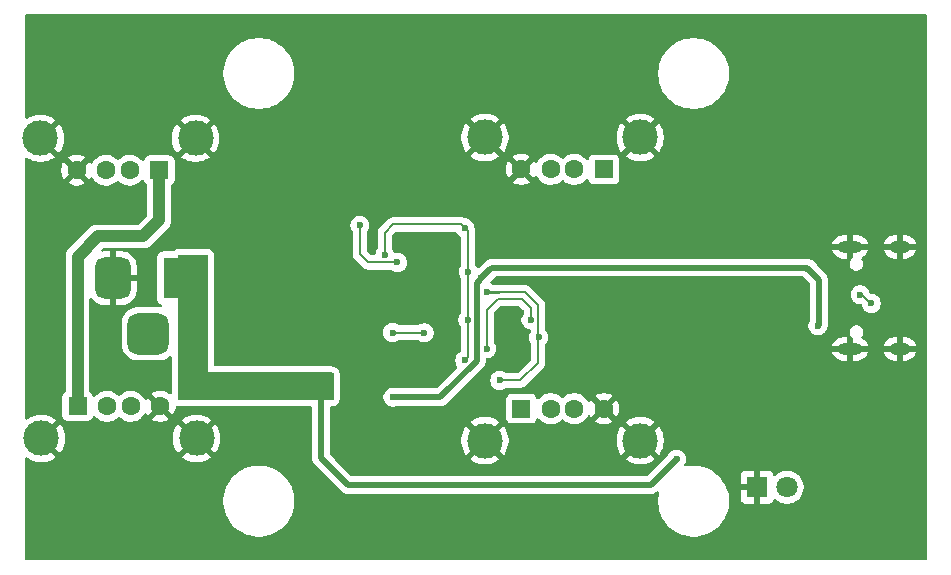
<source format=gbr>
%TF.GenerationSoftware,KiCad,Pcbnew,9.0.3-9.0.3-0~ubuntu22.04.1*%
%TF.CreationDate,2025-08-06T08:54:33+07:00*%
%TF.ProjectId,USB_HUB_4Port,5553425f-4855-4425-9f34-506f72742e6b,rev?*%
%TF.SameCoordinates,Original*%
%TF.FileFunction,Copper,L2,Bot*%
%TF.FilePolarity,Positive*%
%FSLAX46Y46*%
G04 Gerber Fmt 4.6, Leading zero omitted, Abs format (unit mm)*
G04 Created by KiCad (PCBNEW 9.0.3-9.0.3-0~ubuntu22.04.1) date 2025-08-06 08:54:33*
%MOMM*%
%LPD*%
G01*
G04 APERTURE LIST*
G04 Aperture macros list*
%AMRoundRect*
0 Rectangle with rounded corners*
0 $1 Rounding radius*
0 $2 $3 $4 $5 $6 $7 $8 $9 X,Y pos of 4 corners*
0 Add a 4 corners polygon primitive as box body*
4,1,4,$2,$3,$4,$5,$6,$7,$8,$9,$2,$3,0*
0 Add four circle primitives for the rounded corners*
1,1,$1+$1,$2,$3*
1,1,$1+$1,$4,$5*
1,1,$1+$1,$6,$7*
1,1,$1+$1,$8,$9*
0 Add four rect primitives between the rounded corners*
20,1,$1+$1,$2,$3,$4,$5,0*
20,1,$1+$1,$4,$5,$6,$7,0*
20,1,$1+$1,$6,$7,$8,$9,0*
20,1,$1+$1,$8,$9,$2,$3,0*%
G04 Aperture macros list end*
%TA.AperFunction,HeatsinkPad*%
%ADD10O,2.100000X1.000000*%
%TD*%
%TA.AperFunction,HeatsinkPad*%
%ADD11O,1.800000X1.000000*%
%TD*%
%TA.AperFunction,ComponentPad*%
%ADD12R,1.600000X1.500000*%
%TD*%
%TA.AperFunction,ComponentPad*%
%ADD13C,1.600000*%
%TD*%
%TA.AperFunction,ComponentPad*%
%ADD14C,3.000000*%
%TD*%
%TA.AperFunction,ComponentPad*%
%ADD15R,3.500000X3.500000*%
%TD*%
%TA.AperFunction,ComponentPad*%
%ADD16RoundRect,0.750000X-0.750000X-1.000000X0.750000X-1.000000X0.750000X1.000000X-0.750000X1.000000X0*%
%TD*%
%TA.AperFunction,ComponentPad*%
%ADD17RoundRect,0.875000X-0.875000X-0.875000X0.875000X-0.875000X0.875000X0.875000X-0.875000X0.875000X0*%
%TD*%
%TA.AperFunction,ComponentPad*%
%ADD18R,1.800000X1.800000*%
%TD*%
%TA.AperFunction,ComponentPad*%
%ADD19C,1.800000*%
%TD*%
%TA.AperFunction,ViaPad*%
%ADD20C,0.600000*%
%TD*%
%TA.AperFunction,Conductor*%
%ADD21C,0.200000*%
%TD*%
%TA.AperFunction,Conductor*%
%ADD22C,0.500000*%
%TD*%
%TA.AperFunction,Conductor*%
%ADD23C,1.000000*%
%TD*%
G04 APERTURE END LIST*
D10*
%TO.P,J1,S1,SHIELD*%
%TO.N,GND*%
X118155000Y-150910000D03*
D11*
X122355000Y-150910000D03*
D10*
X118155000Y-142270000D03*
D11*
X122355000Y-142270000D03*
%TD*%
D12*
%TO.P,J3,1,VBUS*%
%TO.N,VBUS1*%
X52740000Y-155770000D03*
D13*
%TO.P,J3,2,D-*%
%TO.N,D3-*%
X55240000Y-155770000D03*
%TO.P,J3,3,D+*%
%TO.N,D3+*%
X57240000Y-155770000D03*
%TO.P,J3,4,GND*%
%TO.N,GND*%
X59740000Y-155770000D03*
D14*
%TO.P,J3,5,Shield*%
X49670000Y-158480000D03*
X62810000Y-158480000D03*
%TD*%
D15*
%TO.P,J6,1*%
%TO.N,+5VP*%
X61730000Y-144910000D03*
D16*
%TO.P,J6,2*%
%TO.N,GND*%
X55730000Y-144910000D03*
D17*
%TO.P,J6,3*%
%TO.N,N/C*%
X58730000Y-149610000D03*
%TD*%
D12*
%TO.P,J5,1,VBUS*%
%TO.N,VBUS1*%
X97300000Y-135710000D03*
D13*
%TO.P,J5,2,D-*%
%TO.N,D1-*%
X94800000Y-135710000D03*
%TO.P,J5,3,D+*%
%TO.N,D1+*%
X92800000Y-135710000D03*
%TO.P,J5,4,GND*%
%TO.N,GND*%
X90300000Y-135710000D03*
D14*
%TO.P,J5,5,Shield*%
X100370000Y-133000000D03*
X87230000Y-133000000D03*
%TD*%
D12*
%TO.P,J2,1,VBUS*%
%TO.N,VBUS1*%
X90300000Y-155960000D03*
D13*
%TO.P,J2,2,D-*%
%TO.N,D4-*%
X92800000Y-155960000D03*
%TO.P,J2,3,D+*%
%TO.N,D4+*%
X94800000Y-155960000D03*
%TO.P,J2,4,GND*%
%TO.N,GND*%
X97300000Y-155960000D03*
D14*
%TO.P,J2,5,Shield*%
X87230000Y-158670000D03*
X100370000Y-158670000D03*
%TD*%
D18*
%TO.P,D3,1,K*%
%TO.N,GND*%
X110270000Y-162615000D03*
D19*
%TO.P,D3,2,A*%
%TO.N,Net-(D3-A)*%
X112810000Y-162615000D03*
%TD*%
D12*
%TO.P,J4,1,VBUS*%
%TO.N,VBUS1*%
X59660000Y-135780000D03*
D13*
%TO.P,J4,2,D-*%
%TO.N,D2-*%
X57160000Y-135780000D03*
%TO.P,J4,3,D+*%
%TO.N,D2+*%
X55160000Y-135780000D03*
%TO.P,J4,4,GND*%
%TO.N,GND*%
X52660000Y-135780000D03*
D14*
%TO.P,J4,5,Shield*%
X62730000Y-133070000D03*
X49590000Y-133070000D03*
%TD*%
D20*
%TO.N,+3.3V*%
X91120000Y-148460000D03*
X87389265Y-150890735D03*
X85510000Y-151880000D03*
X85780000Y-148430000D03*
X85810000Y-144360000D03*
X78740000Y-142980000D03*
X85530000Y-140660000D03*
%TO.N,Net-(U1-RREF)*%
X79825000Y-143590000D03*
X76640000Y-140440000D03*
%TO.N,Net-(U1-RESET{slash})*%
X79410000Y-149520000D03*
X82100000Y-149530000D03*
%TO.N,VBUS*%
X79440000Y-154990000D03*
X86900000Y-144940000D03*
X114620000Y-144130000D03*
X115420000Y-148960000D03*
%TO.N,+5VP*%
X103450000Y-160240000D03*
X72830000Y-154500000D03*
X72830000Y-153500000D03*
X73830000Y-154500000D03*
X73830000Y-153500000D03*
%TO.N,Net-(U1-DM0)*%
X119946101Y-147061371D03*
X119000000Y-146309000D03*
%TO.N,Net-(D2-K)*%
X91770000Y-149910000D03*
X88480000Y-153580000D03*
X87365713Y-146106962D03*
%TD*%
D21*
%TO.N,Net-(D2-K)*%
X88480000Y-153580000D02*
X90220000Y-153580000D01*
X90220000Y-153580000D02*
X91740000Y-152060000D01*
X91740000Y-152060000D02*
X91740000Y-147210000D01*
X91740000Y-147210000D02*
X90636962Y-146106962D01*
X90636962Y-146106962D02*
X87365713Y-146106962D01*
%TO.N,+3.3V*%
X87389265Y-150890735D02*
X87389265Y-147580735D01*
X91130000Y-147410000D02*
X91130000Y-148450000D01*
X87389265Y-147580735D02*
X88330000Y-146640000D01*
X88330000Y-146640000D02*
X90360000Y-146640000D01*
X90360000Y-146640000D02*
X91130000Y-147410000D01*
X91130000Y-148450000D02*
X91120000Y-148460000D01*
X85530000Y-140660000D02*
X85240000Y-140370000D01*
X85240000Y-140370000D02*
X79450000Y-140370000D01*
X79450000Y-140370000D02*
X78740000Y-141080000D01*
X78740000Y-141080000D02*
X78740000Y-142980000D01*
X85810000Y-144360000D02*
X85810000Y-140940000D01*
X85810000Y-140940000D02*
X85530000Y-140660000D01*
D22*
%TO.N,VBUS*%
X87610000Y-144230000D02*
X86531000Y-145309000D01*
X86531000Y-145309000D02*
X86531000Y-151921075D01*
X86531000Y-151921075D02*
X83462075Y-154990000D01*
X83462075Y-154990000D02*
X79440000Y-154990000D01*
D21*
%TO.N,Net-(D2-K)*%
X87365713Y-146106962D02*
X87428751Y-146170000D01*
X87428751Y-146170000D02*
X88410000Y-146170000D01*
D22*
%TO.N,VBUS*%
X87610000Y-144230000D02*
X87820000Y-144020000D01*
D21*
%TO.N,+3.3V*%
X85510000Y-151880000D02*
X85780000Y-151610000D01*
X85780000Y-151610000D02*
X85780000Y-148430000D01*
X85780000Y-148430000D02*
X85780000Y-144390000D01*
X85780000Y-144390000D02*
X85810000Y-144360000D01*
D22*
%TO.N,VBUS*%
X114510000Y-144020000D02*
X114620000Y-144130000D01*
X86900000Y-144940000D02*
X87610000Y-144230000D01*
X87820000Y-144020000D02*
X114510000Y-144020000D01*
D21*
%TO.N,Net-(U1-RREF)*%
X79825000Y-143590000D02*
X77330000Y-143590000D01*
X77330000Y-143590000D02*
X76640000Y-142900000D01*
X76640000Y-142900000D02*
X76640000Y-140440000D01*
%TO.N,Net-(U1-RESET{slash})*%
X82090000Y-149520000D02*
X79410000Y-149520000D01*
X82100000Y-149530000D02*
X82090000Y-149520000D01*
D22*
%TO.N,VBUS*%
X114620000Y-144170000D02*
X115500000Y-145050000D01*
X114620000Y-144130000D02*
X114620000Y-144170000D01*
X115500000Y-148880000D02*
X115420000Y-148960000D01*
X115500000Y-145050000D02*
X115500000Y-148880000D01*
%TO.N,+5VP*%
X103450000Y-160240000D02*
X101260000Y-162430000D01*
X75650000Y-162430000D02*
X73340000Y-160120000D01*
X73340000Y-160120000D02*
X73340000Y-154030000D01*
X101260000Y-162430000D02*
X75650000Y-162430000D01*
D23*
%TO.N,VBUS1*%
X52740000Y-155770000D02*
X52740000Y-143090000D01*
X54440000Y-141390000D02*
X58290000Y-141390000D01*
X52740000Y-143090000D02*
X54440000Y-141390000D01*
X59660000Y-140020000D02*
X59660000Y-135780000D01*
X58290000Y-141390000D02*
X59660000Y-140020000D01*
D21*
%TO.N,Net-(U1-DM0)*%
X119860584Y-147146888D02*
X119860584Y-147040584D01*
X119946101Y-147061371D02*
X119860584Y-147146888D01*
X119860584Y-147040584D02*
X119179000Y-146359000D01*
%TD*%
%TA.AperFunction,Conductor*%
%TO.N,GND*%
G36*
X124632539Y-122610185D02*
G01*
X124678294Y-122662989D01*
X124689500Y-122714500D01*
X124689500Y-168665500D01*
X124669815Y-168732539D01*
X124617011Y-168778294D01*
X124565500Y-168789500D01*
X48414500Y-168789500D01*
X48347461Y-168769815D01*
X48301706Y-168717011D01*
X48290500Y-168665500D01*
X48290500Y-163621491D01*
X65089500Y-163621491D01*
X65089500Y-163958508D01*
X65127231Y-164293381D01*
X65127233Y-164293397D01*
X65202223Y-164621953D01*
X65202227Y-164621965D01*
X65313532Y-164940054D01*
X65459752Y-165243683D01*
X65459754Y-165243686D01*
X65639054Y-165529039D01*
X65849175Y-165792523D01*
X66087477Y-166030825D01*
X66350961Y-166240946D01*
X66636314Y-166420246D01*
X66939949Y-166566469D01*
X67178848Y-166650063D01*
X67258034Y-166677772D01*
X67258046Y-166677776D01*
X67586606Y-166752767D01*
X67921492Y-166790499D01*
X67921493Y-166790500D01*
X67921496Y-166790500D01*
X68258507Y-166790500D01*
X68258507Y-166790499D01*
X68593394Y-166752767D01*
X68921954Y-166677776D01*
X69240051Y-166566469D01*
X69543686Y-166420246D01*
X69829039Y-166240946D01*
X70092523Y-166030825D01*
X70330825Y-165792523D01*
X70540946Y-165529039D01*
X70720246Y-165243686D01*
X70866469Y-164940051D01*
X70977776Y-164621954D01*
X71052767Y-164293394D01*
X71090500Y-163958504D01*
X71090500Y-163621496D01*
X71052767Y-163286606D01*
X70977776Y-162958046D01*
X70972494Y-162942952D01*
X70878469Y-162674244D01*
X70866469Y-162639949D01*
X70720246Y-162336314D01*
X70540946Y-162050961D01*
X70330825Y-161787477D01*
X70092523Y-161549175D01*
X69829039Y-161339054D01*
X69543686Y-161159754D01*
X69543683Y-161159752D01*
X69240054Y-161013532D01*
X68921965Y-160902227D01*
X68921953Y-160902223D01*
X68593397Y-160827233D01*
X68593381Y-160827231D01*
X68258508Y-160789500D01*
X68258504Y-160789500D01*
X67921496Y-160789500D01*
X67921491Y-160789500D01*
X67586618Y-160827231D01*
X67586602Y-160827233D01*
X67258046Y-160902223D01*
X67258034Y-160902227D01*
X66939945Y-161013532D01*
X66636316Y-161159752D01*
X66350962Y-161339053D01*
X66087477Y-161549174D01*
X65849174Y-161787477D01*
X65639053Y-162050962D01*
X65459752Y-162336316D01*
X65313532Y-162639945D01*
X65202227Y-162958034D01*
X65202223Y-162958046D01*
X65127233Y-163286602D01*
X65127231Y-163286618D01*
X65089500Y-163621491D01*
X48290500Y-163621491D01*
X48290500Y-160193863D01*
X48310185Y-160126824D01*
X48362989Y-160081069D01*
X48432147Y-160071125D01*
X48489987Y-160095488D01*
X48556470Y-160146503D01*
X48783517Y-160277590D01*
X48783528Y-160277595D01*
X49025744Y-160377924D01*
X49278979Y-160445777D01*
X49278990Y-160445779D01*
X49538905Y-160479999D01*
X49538920Y-160480000D01*
X49801080Y-160480000D01*
X49801094Y-160479999D01*
X50061009Y-160445779D01*
X50061020Y-160445777D01*
X50314255Y-160377924D01*
X50556471Y-160277595D01*
X50556482Y-160277590D01*
X50783516Y-160146511D01*
X50783534Y-160146499D01*
X50896365Y-160059919D01*
X50896365Y-160059917D01*
X50288534Y-159452086D01*
X50419175Y-159357171D01*
X50547171Y-159229175D01*
X50642086Y-159098534D01*
X51249917Y-159706365D01*
X51249919Y-159706365D01*
X51336499Y-159593534D01*
X51336511Y-159593516D01*
X51467590Y-159366482D01*
X51467595Y-159366471D01*
X51567924Y-159124255D01*
X51635777Y-158871020D01*
X51635779Y-158871009D01*
X51669999Y-158611094D01*
X51670000Y-158611080D01*
X51670000Y-158348919D01*
X51669999Y-158348905D01*
X60810000Y-158348905D01*
X60810000Y-158611094D01*
X60844220Y-158871009D01*
X60844222Y-158871020D01*
X60912075Y-159124255D01*
X61012404Y-159366471D01*
X61012409Y-159366482D01*
X61143488Y-159593516D01*
X61143494Y-159593524D01*
X61230080Y-159706365D01*
X61837912Y-159098532D01*
X61932829Y-159229175D01*
X62060825Y-159357171D01*
X62191465Y-159452086D01*
X61583633Y-160059917D01*
X61583633Y-160059918D01*
X61696475Y-160146505D01*
X61696483Y-160146511D01*
X61923517Y-160277590D01*
X61923528Y-160277595D01*
X62165744Y-160377924D01*
X62418979Y-160445777D01*
X62418990Y-160445779D01*
X62678905Y-160479999D01*
X62678920Y-160480000D01*
X62941080Y-160480000D01*
X62941094Y-160479999D01*
X63201009Y-160445779D01*
X63201020Y-160445777D01*
X63454255Y-160377924D01*
X63696471Y-160277595D01*
X63696482Y-160277590D01*
X63923516Y-160146511D01*
X63923534Y-160146499D01*
X64036365Y-160059919D01*
X64036365Y-160059917D01*
X63428534Y-159452086D01*
X63559175Y-159357171D01*
X63687171Y-159229175D01*
X63782086Y-159098534D01*
X64389917Y-159706365D01*
X64389919Y-159706365D01*
X64476499Y-159593534D01*
X64476511Y-159593516D01*
X64607590Y-159366482D01*
X64607595Y-159366471D01*
X64707924Y-159124255D01*
X64775777Y-158871020D01*
X64775779Y-158871009D01*
X64809999Y-158611094D01*
X64810000Y-158611080D01*
X64810000Y-158348919D01*
X64809999Y-158348905D01*
X64775779Y-158088990D01*
X64775777Y-158088979D01*
X64707924Y-157835744D01*
X64607595Y-157593528D01*
X64607590Y-157593517D01*
X64476511Y-157366483D01*
X64476505Y-157366475D01*
X64389918Y-157253633D01*
X64389917Y-157253633D01*
X63782085Y-157861465D01*
X63687171Y-157730825D01*
X63559175Y-157602829D01*
X63428532Y-157507912D01*
X64036365Y-156900080D01*
X63923524Y-156813494D01*
X63923516Y-156813488D01*
X63696482Y-156682409D01*
X63696471Y-156682404D01*
X63454255Y-156582075D01*
X63201020Y-156514222D01*
X63201009Y-156514220D01*
X62941094Y-156480000D01*
X62678905Y-156480000D01*
X62418990Y-156514220D01*
X62418979Y-156514222D01*
X62165744Y-156582075D01*
X61923528Y-156682404D01*
X61923517Y-156682409D01*
X61696471Y-156813496D01*
X61583633Y-156900079D01*
X61583633Y-156900080D01*
X62191466Y-157507913D01*
X62060825Y-157602829D01*
X61932829Y-157730825D01*
X61837913Y-157861466D01*
X61230080Y-157253633D01*
X61230079Y-157253633D01*
X61143496Y-157366471D01*
X61012409Y-157593517D01*
X61012404Y-157593528D01*
X60912075Y-157835744D01*
X60844222Y-158088979D01*
X60844220Y-158088990D01*
X60810000Y-158348905D01*
X51669999Y-158348905D01*
X51635779Y-158088990D01*
X51635777Y-158088979D01*
X51567924Y-157835744D01*
X51467595Y-157593528D01*
X51467590Y-157593517D01*
X51336511Y-157366483D01*
X51336505Y-157366475D01*
X51249918Y-157253633D01*
X51249917Y-157253633D01*
X50642085Y-157861465D01*
X50547171Y-157730825D01*
X50419175Y-157602829D01*
X50288532Y-157507912D01*
X50896365Y-156900080D01*
X50783524Y-156813494D01*
X50783516Y-156813488D01*
X50556482Y-156682409D01*
X50556471Y-156682404D01*
X50314255Y-156582075D01*
X50061020Y-156514222D01*
X50061009Y-156514220D01*
X49801094Y-156480000D01*
X49538905Y-156480000D01*
X49278990Y-156514220D01*
X49278979Y-156514222D01*
X49025744Y-156582075D01*
X48783528Y-156682404D01*
X48783517Y-156682409D01*
X48556471Y-156813496D01*
X48489986Y-156864512D01*
X48424817Y-156889706D01*
X48356372Y-156875667D01*
X48306382Y-156826853D01*
X48290500Y-156766136D01*
X48290500Y-135677682D01*
X51360000Y-135677682D01*
X51360000Y-135882317D01*
X51392009Y-136084417D01*
X51455244Y-136279031D01*
X51548141Y-136461350D01*
X51548147Y-136461359D01*
X51580523Y-136505921D01*
X51580524Y-136505922D01*
X52197449Y-135888997D01*
X52217370Y-135963343D01*
X52279905Y-136071657D01*
X52368343Y-136160095D01*
X52476657Y-136222630D01*
X52551002Y-136242550D01*
X51934076Y-136859474D01*
X51978650Y-136891859D01*
X52160968Y-136984755D01*
X52355582Y-137047990D01*
X52557683Y-137080000D01*
X52762317Y-137080000D01*
X52964417Y-137047990D01*
X53159031Y-136984755D01*
X53341349Y-136891859D01*
X53385921Y-136859474D01*
X52768997Y-136242550D01*
X52843343Y-136222630D01*
X52951657Y-136160095D01*
X53040095Y-136071657D01*
X53102630Y-135963343D01*
X53122550Y-135888997D01*
X53739474Y-136505921D01*
X53771859Y-136461349D01*
X53799233Y-136407624D01*
X53847207Y-136356827D01*
X53915028Y-136340031D01*
X53981163Y-136362567D01*
X54020203Y-136407621D01*
X54047713Y-136461611D01*
X54168028Y-136627213D01*
X54312786Y-136771971D01*
X54433226Y-136859474D01*
X54478390Y-136892287D01*
X54594607Y-136951503D01*
X54660776Y-136985218D01*
X54660778Y-136985218D01*
X54660781Y-136985220D01*
X54737046Y-137010000D01*
X54855465Y-137048477D01*
X54956557Y-137064488D01*
X55057648Y-137080500D01*
X55057649Y-137080500D01*
X55262351Y-137080500D01*
X55262352Y-137080500D01*
X55464534Y-137048477D01*
X55659219Y-136985220D01*
X55841610Y-136892287D01*
X55944486Y-136817544D01*
X56007213Y-136771971D01*
X56007215Y-136771968D01*
X56007219Y-136771966D01*
X56072319Y-136706866D01*
X56133642Y-136673381D01*
X56203334Y-136678365D01*
X56247681Y-136706866D01*
X56312786Y-136771971D01*
X56433226Y-136859474D01*
X56478390Y-136892287D01*
X56594607Y-136951503D01*
X56660776Y-136985218D01*
X56660778Y-136985218D01*
X56660781Y-136985220D01*
X56737046Y-137010000D01*
X56855465Y-137048477D01*
X56956557Y-137064488D01*
X57057648Y-137080500D01*
X57057649Y-137080500D01*
X57262351Y-137080500D01*
X57262352Y-137080500D01*
X57464534Y-137048477D01*
X57659219Y-136985220D01*
X57841610Y-136892287D01*
X57944486Y-136817544D01*
X58007213Y-136771971D01*
X58007215Y-136771968D01*
X58007219Y-136771966D01*
X58151966Y-136627219D01*
X58155025Y-136623009D01*
X58210352Y-136580339D01*
X58279965Y-136574355D01*
X58341762Y-136606957D01*
X58371530Y-136652554D01*
X58416202Y-136772328D01*
X58416206Y-136772335D01*
X58453601Y-136822287D01*
X58502454Y-136887546D01*
X58609811Y-136967914D01*
X58651682Y-137023847D01*
X58659500Y-137067180D01*
X58659500Y-139554217D01*
X58639815Y-139621256D01*
X58623181Y-139641898D01*
X57911899Y-140353181D01*
X57850576Y-140386666D01*
X57824218Y-140389500D01*
X54341455Y-140389500D01*
X54249334Y-140407824D01*
X54249327Y-140407825D01*
X54244812Y-140408724D01*
X54148164Y-140427949D01*
X54097205Y-140449057D01*
X54090201Y-140451957D01*
X54090194Y-140451960D01*
X53966092Y-140503364D01*
X53966079Y-140503371D01*
X53802219Y-140612859D01*
X53757299Y-140657780D01*
X53662861Y-140752218D01*
X53662858Y-140752221D01*
X52102221Y-142312858D01*
X52102218Y-142312861D01*
X52063028Y-142352051D01*
X51962859Y-142452219D01*
X51853371Y-142616079D01*
X51853364Y-142616092D01*
X51777950Y-142798160D01*
X51777947Y-142798170D01*
X51739500Y-142991456D01*
X51739500Y-154482819D01*
X51719815Y-154549858D01*
X51689812Y-154582085D01*
X51582452Y-154662455D01*
X51496206Y-154777664D01*
X51496202Y-154777671D01*
X51445908Y-154912517D01*
X51439501Y-154972116D01*
X51439500Y-154972135D01*
X51439500Y-156567870D01*
X51439501Y-156567876D01*
X51445908Y-156627483D01*
X51496202Y-156762328D01*
X51496206Y-156762335D01*
X51582452Y-156877544D01*
X51582455Y-156877547D01*
X51697664Y-156963793D01*
X51697671Y-156963797D01*
X51832517Y-157014091D01*
X51832516Y-157014091D01*
X51839444Y-157014835D01*
X51892127Y-157020500D01*
X53587872Y-157020499D01*
X53647483Y-157014091D01*
X53782331Y-156963796D01*
X53897546Y-156877546D01*
X53983796Y-156762331D01*
X53987574Y-156752203D01*
X54008213Y-156696866D01*
X54028470Y-156642553D01*
X54070339Y-156586621D01*
X54135803Y-156562203D01*
X54204076Y-156577054D01*
X54244968Y-156613001D01*
X54248026Y-156617210D01*
X54248032Y-156617217D01*
X54392786Y-156761971D01*
X54544787Y-156872404D01*
X54558390Y-156882287D01*
X54674607Y-156941503D01*
X54740776Y-156975218D01*
X54740778Y-156975218D01*
X54740781Y-156975220D01*
X54827806Y-157003496D01*
X54935465Y-157038477D01*
X55036557Y-157054488D01*
X55137648Y-157070500D01*
X55137649Y-157070500D01*
X55342351Y-157070500D01*
X55342352Y-157070500D01*
X55544534Y-157038477D01*
X55739219Y-156975220D01*
X55921610Y-156882287D01*
X56024941Y-156807213D01*
X56087213Y-156761971D01*
X56087215Y-156761968D01*
X56087219Y-156761966D01*
X56152319Y-156696866D01*
X56213642Y-156663381D01*
X56283334Y-156668365D01*
X56327681Y-156696866D01*
X56392786Y-156761971D01*
X56544787Y-156872404D01*
X56558390Y-156882287D01*
X56674607Y-156941503D01*
X56740776Y-156975218D01*
X56740778Y-156975218D01*
X56740781Y-156975220D01*
X56827806Y-157003496D01*
X56935465Y-157038477D01*
X57036557Y-157054488D01*
X57137648Y-157070500D01*
X57137649Y-157070500D01*
X57342351Y-157070500D01*
X57342352Y-157070500D01*
X57544534Y-157038477D01*
X57739219Y-156975220D01*
X57921610Y-156882287D01*
X58024941Y-156807213D01*
X58087213Y-156761971D01*
X58087215Y-156761968D01*
X58087219Y-156761966D01*
X58231966Y-156617219D01*
X58231968Y-156617215D01*
X58231971Y-156617213D01*
X58352286Y-156451611D01*
X58352415Y-156451359D01*
X58379795Y-156397621D01*
X58427769Y-156346826D01*
X58495589Y-156330030D01*
X58561725Y-156352567D01*
X58600765Y-156397621D01*
X58628141Y-156451350D01*
X58628147Y-156451359D01*
X58660523Y-156495921D01*
X58660524Y-156495922D01*
X59277449Y-155878996D01*
X59297370Y-155953343D01*
X59359905Y-156061657D01*
X59448343Y-156150095D01*
X59556657Y-156212630D01*
X59631002Y-156232550D01*
X59014076Y-156849474D01*
X59058650Y-156881859D01*
X59240968Y-156974755D01*
X59435582Y-157037990D01*
X59637683Y-157070000D01*
X59842317Y-157070000D01*
X60044417Y-157037990D01*
X60239031Y-156974755D01*
X60421351Y-156881858D01*
X60421353Y-156881857D01*
X60465921Y-156849475D01*
X60465921Y-156849474D01*
X59848997Y-156232550D01*
X59923343Y-156212630D01*
X60031657Y-156150095D01*
X60120095Y-156061657D01*
X60182630Y-155953343D01*
X60202550Y-155878997D01*
X60819474Y-156495921D01*
X60851859Y-156451349D01*
X60944755Y-156269031D01*
X61007990Y-156074417D01*
X61040000Y-155872315D01*
X61040382Y-155867462D01*
X61042443Y-155867624D01*
X61059685Y-155808905D01*
X61112489Y-155763150D01*
X61181647Y-155753206D01*
X61188450Y-155754543D01*
X61188476Y-155754414D01*
X61191575Y-155755022D01*
X61191578Y-155755022D01*
X61191580Y-155755023D01*
X61191584Y-155755024D01*
X61334000Y-155775500D01*
X72465500Y-155775500D01*
X72532539Y-155795185D01*
X72578294Y-155847989D01*
X72589500Y-155899500D01*
X72589500Y-160193918D01*
X72589500Y-160193920D01*
X72589499Y-160193920D01*
X72618340Y-160338907D01*
X72618343Y-160338917D01*
X72674914Y-160475492D01*
X72674915Y-160475494D01*
X72674916Y-160475495D01*
X72677925Y-160479999D01*
X72707812Y-160524727D01*
X72707813Y-160524730D01*
X72757046Y-160598414D01*
X72757052Y-160598421D01*
X74494947Y-162336314D01*
X75067048Y-162908415D01*
X75067049Y-162908416D01*
X75119936Y-162961303D01*
X75171585Y-163012952D01*
X75294498Y-163095080D01*
X75294511Y-163095087D01*
X75420522Y-163147282D01*
X75431087Y-163151658D01*
X75431091Y-163151658D01*
X75431092Y-163151659D01*
X75576079Y-163180500D01*
X75576082Y-163180500D01*
X101333920Y-163180500D01*
X101431462Y-163161096D01*
X101478913Y-163151658D01*
X101615495Y-163095084D01*
X101664729Y-163062186D01*
X101738416Y-163012952D01*
X101765746Y-162985621D01*
X101772601Y-162980444D01*
X101797560Y-162971011D01*
X101820979Y-162958224D01*
X101829741Y-162958850D01*
X101837960Y-162955745D01*
X101864053Y-162961303D01*
X101890670Y-162963207D01*
X101897704Y-162968472D01*
X101906296Y-162970303D01*
X101925243Y-162989087D01*
X101946605Y-163005078D01*
X101949675Y-163013308D01*
X101955914Y-163019494D01*
X101961698Y-163045542D01*
X101971023Y-163070542D01*
X101970054Y-163083175D01*
X101971060Y-163087703D01*
X101969351Y-163092343D01*
X101968230Y-163106982D01*
X101927233Y-163286601D01*
X101927231Y-163286618D01*
X101889500Y-163621491D01*
X101889500Y-163958508D01*
X101927231Y-164293381D01*
X101927233Y-164293397D01*
X102002223Y-164621953D01*
X102002227Y-164621965D01*
X102113532Y-164940054D01*
X102259752Y-165243683D01*
X102259754Y-165243686D01*
X102439054Y-165529039D01*
X102649175Y-165792523D01*
X102887477Y-166030825D01*
X103150961Y-166240946D01*
X103436314Y-166420246D01*
X103739949Y-166566469D01*
X103978848Y-166650063D01*
X104058034Y-166677772D01*
X104058046Y-166677776D01*
X104386606Y-166752767D01*
X104721492Y-166790499D01*
X104721493Y-166790500D01*
X104721496Y-166790500D01*
X105058507Y-166790500D01*
X105058507Y-166790499D01*
X105393394Y-166752767D01*
X105721954Y-166677776D01*
X106040051Y-166566469D01*
X106343686Y-166420246D01*
X106629039Y-166240946D01*
X106892523Y-166030825D01*
X107130825Y-165792523D01*
X107340946Y-165529039D01*
X107520246Y-165243686D01*
X107666469Y-164940051D01*
X107777776Y-164621954D01*
X107852767Y-164293394D01*
X107890500Y-163958504D01*
X107890500Y-163621496D01*
X107852767Y-163286606D01*
X107777776Y-162958046D01*
X107776971Y-162955745D01*
X107741577Y-162854593D01*
X107678469Y-162674244D01*
X107666469Y-162639949D01*
X107520246Y-162336314D01*
X107340946Y-162050961D01*
X107130825Y-161787477D01*
X107010503Y-161667155D01*
X108870000Y-161667155D01*
X108870000Y-162365000D01*
X109894722Y-162365000D01*
X109850667Y-162441306D01*
X109820000Y-162555756D01*
X109820000Y-162674244D01*
X109850667Y-162788694D01*
X109894722Y-162865000D01*
X108870000Y-162865000D01*
X108870000Y-163562844D01*
X108876401Y-163622372D01*
X108876403Y-163622379D01*
X108926645Y-163757086D01*
X108926649Y-163757093D01*
X109012809Y-163872187D01*
X109012812Y-163872190D01*
X109127906Y-163958350D01*
X109127913Y-163958354D01*
X109262620Y-164008596D01*
X109262627Y-164008598D01*
X109322155Y-164014999D01*
X109322172Y-164015000D01*
X110020000Y-164015000D01*
X110020000Y-162990277D01*
X110096306Y-163034333D01*
X110210756Y-163065000D01*
X110329244Y-163065000D01*
X110443694Y-163034333D01*
X110520000Y-162990277D01*
X110520000Y-164015000D01*
X111217828Y-164015000D01*
X111217844Y-164014999D01*
X111277372Y-164008598D01*
X111277379Y-164008596D01*
X111412086Y-163958354D01*
X111412093Y-163958350D01*
X111527187Y-163872190D01*
X111527190Y-163872187D01*
X111613350Y-163757093D01*
X111613354Y-163757086D01*
X111643213Y-163677031D01*
X111685084Y-163621097D01*
X111750548Y-163596680D01*
X111818821Y-163611531D01*
X111847076Y-163632683D01*
X111897636Y-163683243D01*
X111897641Y-163683247D01*
X112053192Y-163796260D01*
X112075978Y-163812815D01*
X112192501Y-163872187D01*
X112272393Y-163912895D01*
X112272396Y-163912896D01*
X112296643Y-163920774D01*
X112482049Y-163981015D01*
X112699778Y-164015500D01*
X112699779Y-164015500D01*
X112920221Y-164015500D01*
X112920222Y-164015500D01*
X113137951Y-163981015D01*
X113347606Y-163912895D01*
X113544022Y-163812815D01*
X113722365Y-163683242D01*
X113878242Y-163527365D01*
X114007815Y-163349022D01*
X114107895Y-163152606D01*
X114176015Y-162942951D01*
X114210500Y-162725222D01*
X114210500Y-162504778D01*
X114176015Y-162287049D01*
X114141955Y-162182221D01*
X114107896Y-162077396D01*
X114107895Y-162077393D01*
X114066780Y-161996703D01*
X114007815Y-161880978D01*
X113939883Y-161787477D01*
X113878247Y-161702641D01*
X113878243Y-161702636D01*
X113722363Y-161546756D01*
X113722358Y-161546752D01*
X113544025Y-161417187D01*
X113544024Y-161417186D01*
X113544022Y-161417185D01*
X113481096Y-161385122D01*
X113347606Y-161317104D01*
X113347603Y-161317103D01*
X113137952Y-161248985D01*
X113029086Y-161231742D01*
X112920222Y-161214500D01*
X112699778Y-161214500D01*
X112627201Y-161225995D01*
X112482047Y-161248985D01*
X112272396Y-161317103D01*
X112272393Y-161317104D01*
X112075974Y-161417187D01*
X111897641Y-161546752D01*
X111897636Y-161546756D01*
X111847075Y-161597317D01*
X111785752Y-161630801D01*
X111716060Y-161625816D01*
X111660127Y-161583945D01*
X111643213Y-161552968D01*
X111613354Y-161472913D01*
X111613350Y-161472906D01*
X111527190Y-161357812D01*
X111527187Y-161357809D01*
X111412093Y-161271649D01*
X111412086Y-161271645D01*
X111277379Y-161221403D01*
X111277372Y-161221401D01*
X111217844Y-161215000D01*
X110520000Y-161215000D01*
X110520000Y-162239722D01*
X110443694Y-162195667D01*
X110329244Y-162165000D01*
X110210756Y-162165000D01*
X110096306Y-162195667D01*
X110020000Y-162239722D01*
X110020000Y-161215000D01*
X109322155Y-161215000D01*
X109262627Y-161221401D01*
X109262620Y-161221403D01*
X109127913Y-161271645D01*
X109127906Y-161271649D01*
X109012812Y-161357809D01*
X109012809Y-161357812D01*
X108926649Y-161472906D01*
X108926645Y-161472913D01*
X108876403Y-161607620D01*
X108876401Y-161607627D01*
X108870000Y-161667155D01*
X107010503Y-161667155D01*
X106892523Y-161549175D01*
X106629039Y-161339054D01*
X106343686Y-161159754D01*
X106343683Y-161159752D01*
X106040054Y-161013532D01*
X105721965Y-160902227D01*
X105721953Y-160902223D01*
X105393397Y-160827233D01*
X105393381Y-160827231D01*
X105058508Y-160789500D01*
X105058504Y-160789500D01*
X104721496Y-160789500D01*
X104721491Y-160789500D01*
X104386618Y-160827231D01*
X104386601Y-160827233D01*
X104258314Y-160856514D01*
X104188575Y-160852240D01*
X104132218Y-160810942D01*
X104107135Y-160745729D01*
X104121290Y-160677309D01*
X104127613Y-160666741D01*
X104159394Y-160619179D01*
X104219737Y-160473497D01*
X104250500Y-160318842D01*
X104250500Y-160161158D01*
X104250500Y-160161155D01*
X104250499Y-160161153D01*
X104219737Y-160006503D01*
X104185855Y-159924703D01*
X104159397Y-159860827D01*
X104159390Y-159860814D01*
X104071789Y-159729711D01*
X104071786Y-159729707D01*
X103960292Y-159618213D01*
X103960288Y-159618210D01*
X103829185Y-159530609D01*
X103829172Y-159530602D01*
X103683501Y-159470264D01*
X103683489Y-159470261D01*
X103528845Y-159439500D01*
X103528842Y-159439500D01*
X103371158Y-159439500D01*
X103371155Y-159439500D01*
X103216510Y-159470261D01*
X103216498Y-159470264D01*
X103070827Y-159530602D01*
X103070814Y-159530609D01*
X102939711Y-159618210D01*
X102939707Y-159618213D01*
X102828213Y-159729707D01*
X102828207Y-159729715D01*
X102740607Y-159860818D01*
X102740606Y-159860819D01*
X102730805Y-159884480D01*
X102703927Y-159924703D01*
X100985451Y-161643181D01*
X100924128Y-161676666D01*
X100897770Y-161679500D01*
X76012229Y-161679500D01*
X75945190Y-161659815D01*
X75924548Y-161643181D01*
X74571014Y-160289646D01*
X74126819Y-159845451D01*
X74093334Y-159784128D01*
X74090500Y-159757770D01*
X74090500Y-158538905D01*
X85230000Y-158538905D01*
X85230000Y-158801094D01*
X85264220Y-159061009D01*
X85264222Y-159061020D01*
X85332075Y-159314255D01*
X85432404Y-159556471D01*
X85432409Y-159556482D01*
X85563488Y-159783516D01*
X85563494Y-159783524D01*
X85650080Y-159896365D01*
X86257912Y-159288532D01*
X86352829Y-159419175D01*
X86480825Y-159547171D01*
X86611465Y-159642086D01*
X86003633Y-160249917D01*
X86003633Y-160249918D01*
X86116475Y-160336505D01*
X86116483Y-160336511D01*
X86343517Y-160467590D01*
X86343528Y-160467595D01*
X86585744Y-160567924D01*
X86838979Y-160635777D01*
X86838990Y-160635779D01*
X87098905Y-160669999D01*
X87098920Y-160670000D01*
X87361080Y-160670000D01*
X87361094Y-160669999D01*
X87621009Y-160635779D01*
X87621020Y-160635777D01*
X87874255Y-160567924D01*
X88116471Y-160467595D01*
X88116482Y-160467590D01*
X88343516Y-160336511D01*
X88343534Y-160336499D01*
X88456365Y-160249919D01*
X88456365Y-160249917D01*
X87848534Y-159642086D01*
X87979175Y-159547171D01*
X88107171Y-159419175D01*
X88202086Y-159288534D01*
X88809917Y-159896365D01*
X88809919Y-159896365D01*
X88896499Y-159783534D01*
X88896511Y-159783516D01*
X89027590Y-159556482D01*
X89027595Y-159556471D01*
X89127924Y-159314255D01*
X89195777Y-159061020D01*
X89195779Y-159061009D01*
X89229999Y-158801094D01*
X89230000Y-158801080D01*
X89230000Y-158538919D01*
X89229999Y-158538905D01*
X98370000Y-158538905D01*
X98370000Y-158801094D01*
X98404220Y-159061009D01*
X98404222Y-159061020D01*
X98472075Y-159314255D01*
X98572404Y-159556471D01*
X98572409Y-159556482D01*
X98703488Y-159783516D01*
X98703494Y-159783524D01*
X98790080Y-159896365D01*
X99397912Y-159288532D01*
X99492829Y-159419175D01*
X99620825Y-159547171D01*
X99751465Y-159642086D01*
X99143633Y-160249917D01*
X99143633Y-160249918D01*
X99256475Y-160336505D01*
X99256483Y-160336511D01*
X99483517Y-160467590D01*
X99483528Y-160467595D01*
X99725744Y-160567924D01*
X99978979Y-160635777D01*
X99978990Y-160635779D01*
X100238905Y-160669999D01*
X100238920Y-160670000D01*
X100501080Y-160670000D01*
X100501094Y-160669999D01*
X100761009Y-160635779D01*
X100761020Y-160635777D01*
X101014255Y-160567924D01*
X101256471Y-160467595D01*
X101256482Y-160467590D01*
X101483516Y-160336511D01*
X101483534Y-160336499D01*
X101596365Y-160249919D01*
X101596365Y-160249917D01*
X100988534Y-159642086D01*
X101119175Y-159547171D01*
X101247171Y-159419175D01*
X101342086Y-159288534D01*
X101949917Y-159896365D01*
X101949919Y-159896365D01*
X102036499Y-159783534D01*
X102036511Y-159783516D01*
X102167590Y-159556482D01*
X102167595Y-159556471D01*
X102267924Y-159314255D01*
X102335777Y-159061020D01*
X102335779Y-159061009D01*
X102369999Y-158801094D01*
X102370000Y-158801080D01*
X102370000Y-158538919D01*
X102369999Y-158538905D01*
X102335779Y-158278990D01*
X102335777Y-158278979D01*
X102267924Y-158025744D01*
X102167595Y-157783528D01*
X102167590Y-157783517D01*
X102036511Y-157556483D01*
X102036505Y-157556475D01*
X101949918Y-157443633D01*
X101949917Y-157443633D01*
X101342085Y-158051465D01*
X101247171Y-157920825D01*
X101119175Y-157792829D01*
X100988532Y-157697912D01*
X101596365Y-157090080D01*
X101483524Y-157003494D01*
X101483516Y-157003488D01*
X101256482Y-156872409D01*
X101256471Y-156872404D01*
X101014255Y-156772075D01*
X100761020Y-156704222D01*
X100761009Y-156704220D01*
X100501094Y-156670000D01*
X100238905Y-156670000D01*
X99978990Y-156704220D01*
X99978979Y-156704222D01*
X99725744Y-156772075D01*
X99483528Y-156872404D01*
X99483517Y-156872409D01*
X99256471Y-157003496D01*
X99143633Y-157090079D01*
X99143633Y-157090080D01*
X99751466Y-157697913D01*
X99620825Y-157792829D01*
X99492829Y-157920825D01*
X99397913Y-158051466D01*
X98790080Y-157443633D01*
X98790079Y-157443633D01*
X98703496Y-157556471D01*
X98572409Y-157783517D01*
X98572404Y-157783528D01*
X98472075Y-158025744D01*
X98404222Y-158278979D01*
X98404220Y-158278990D01*
X98370000Y-158538905D01*
X89229999Y-158538905D01*
X89195779Y-158278990D01*
X89195777Y-158278979D01*
X89127924Y-158025744D01*
X89027595Y-157783528D01*
X89027590Y-157783517D01*
X88896511Y-157556483D01*
X88896505Y-157556475D01*
X88809918Y-157443633D01*
X88809917Y-157443633D01*
X88202085Y-158051465D01*
X88107171Y-157920825D01*
X87979175Y-157792829D01*
X87848532Y-157697912D01*
X88456365Y-157090080D01*
X88343524Y-157003494D01*
X88343516Y-157003488D01*
X88116482Y-156872409D01*
X88116471Y-156872404D01*
X87874255Y-156772075D01*
X87621020Y-156704222D01*
X87621009Y-156704220D01*
X87361094Y-156670000D01*
X87098905Y-156670000D01*
X86838990Y-156704220D01*
X86838979Y-156704222D01*
X86585744Y-156772075D01*
X86343528Y-156872404D01*
X86343517Y-156872409D01*
X86116471Y-157003496D01*
X86003633Y-157090079D01*
X86003633Y-157090080D01*
X86611466Y-157697913D01*
X86480825Y-157792829D01*
X86352829Y-157920825D01*
X86257913Y-158051466D01*
X85650080Y-157443633D01*
X85650079Y-157443633D01*
X85563496Y-157556471D01*
X85432409Y-157783517D01*
X85432404Y-157783528D01*
X85332075Y-158025744D01*
X85264222Y-158278979D01*
X85264220Y-158278990D01*
X85230000Y-158538905D01*
X74090500Y-158538905D01*
X74090500Y-155899500D01*
X74110185Y-155832461D01*
X74162989Y-155786706D01*
X74214500Y-155775500D01*
X74305990Y-155775500D01*
X74306000Y-155775500D01*
X74413456Y-155763947D01*
X74464967Y-155752741D01*
X74501745Y-155740500D01*
X74567497Y-155718616D01*
X74567501Y-155718613D01*
X74567504Y-155718613D01*
X74688543Y-155640825D01*
X74741347Y-155595070D01*
X74835567Y-155486336D01*
X74895338Y-155355459D01*
X74915023Y-155288420D01*
X74915024Y-155288416D01*
X74935500Y-155146000D01*
X74935500Y-153024000D01*
X74923947Y-152916544D01*
X74912741Y-152865033D01*
X74884273Y-152779500D01*
X74878616Y-152762502D01*
X74878613Y-152762496D01*
X74800828Y-152641462D01*
X74800825Y-152641457D01*
X74800820Y-152641451D01*
X74755076Y-152588659D01*
X74755072Y-152588656D01*
X74755070Y-152588653D01*
X74646336Y-152494433D01*
X74646333Y-152494431D01*
X74646331Y-152494430D01*
X74515465Y-152434664D01*
X74515460Y-152434662D01*
X74515459Y-152434662D01*
X74448420Y-152414977D01*
X74448422Y-152414977D01*
X74448417Y-152414976D01*
X74400944Y-152408150D01*
X74306000Y-152394500D01*
X74305998Y-152394500D01*
X64449500Y-152394500D01*
X64382461Y-152374815D01*
X64336706Y-152322011D01*
X64325500Y-152270500D01*
X64325500Y-149441153D01*
X78609500Y-149441153D01*
X78609500Y-149598846D01*
X78640261Y-149753489D01*
X78640264Y-149753501D01*
X78700602Y-149899172D01*
X78700609Y-149899185D01*
X78788210Y-150030288D01*
X78788213Y-150030292D01*
X78899707Y-150141786D01*
X78899711Y-150141789D01*
X79030814Y-150229390D01*
X79030827Y-150229397D01*
X79134978Y-150272537D01*
X79176503Y-150289737D01*
X79331153Y-150320499D01*
X79331156Y-150320500D01*
X79331158Y-150320500D01*
X79488844Y-150320500D01*
X79488845Y-150320499D01*
X79643497Y-150289737D01*
X79756166Y-150243067D01*
X79789172Y-150229397D01*
X79789172Y-150229396D01*
X79789179Y-150229394D01*
X79789185Y-150229390D01*
X79920875Y-150141398D01*
X79987553Y-150120520D01*
X79989766Y-150120500D01*
X81507217Y-150120500D01*
X81574256Y-150140185D01*
X81585882Y-150148647D01*
X81589710Y-150151789D01*
X81720814Y-150239390D01*
X81720827Y-150239397D01*
X81842363Y-150289738D01*
X81866503Y-150299737D01*
X82021153Y-150330499D01*
X82021156Y-150330500D01*
X82021158Y-150330500D01*
X82178844Y-150330500D01*
X82178845Y-150330499D01*
X82333497Y-150299737D01*
X82479179Y-150239394D01*
X82610289Y-150151789D01*
X82721789Y-150040289D01*
X82809394Y-149909179D01*
X82811599Y-149903857D01*
X82869735Y-149763501D01*
X82869737Y-149763497D01*
X82900500Y-149608842D01*
X82900500Y-149451158D01*
X82900500Y-149451155D01*
X82900499Y-149451153D01*
X82894758Y-149422293D01*
X82869737Y-149296503D01*
X82853732Y-149257863D01*
X82809397Y-149150827D01*
X82809390Y-149150814D01*
X82721789Y-149019711D01*
X82721786Y-149019707D01*
X82610292Y-148908213D01*
X82610288Y-148908210D01*
X82479185Y-148820609D01*
X82479172Y-148820602D01*
X82333501Y-148760264D01*
X82333489Y-148760261D01*
X82178845Y-148729500D01*
X82178842Y-148729500D01*
X82021158Y-148729500D01*
X82021155Y-148729500D01*
X81866510Y-148760261D01*
X81866498Y-148760264D01*
X81720827Y-148820602D01*
X81720814Y-148820609D01*
X81604091Y-148898602D01*
X81537413Y-148919480D01*
X81535200Y-148919500D01*
X79989766Y-148919500D01*
X79922727Y-148899815D01*
X79920875Y-148898602D01*
X79789185Y-148810609D01*
X79789172Y-148810602D01*
X79643501Y-148750264D01*
X79643489Y-148750261D01*
X79488845Y-148719500D01*
X79488842Y-148719500D01*
X79331158Y-148719500D01*
X79331155Y-148719500D01*
X79176510Y-148750261D01*
X79176498Y-148750264D01*
X79030827Y-148810602D01*
X79030814Y-148810609D01*
X78899711Y-148898210D01*
X78899707Y-148898213D01*
X78788213Y-149009707D01*
X78788210Y-149009711D01*
X78700609Y-149140814D01*
X78700602Y-149140827D01*
X78640264Y-149286498D01*
X78640261Y-149286510D01*
X78609500Y-149441153D01*
X64325500Y-149441153D01*
X64325500Y-143054010D01*
X64325500Y-143054000D01*
X64313947Y-142946544D01*
X64302741Y-142895033D01*
X64297938Y-142880602D01*
X64268616Y-142792502D01*
X64268613Y-142792496D01*
X64239055Y-142746503D01*
X64190825Y-142671457D01*
X64186017Y-142665908D01*
X64145076Y-142618659D01*
X64145072Y-142618656D01*
X64145070Y-142618653D01*
X64036336Y-142524433D01*
X64036333Y-142524431D01*
X64036331Y-142524430D01*
X63905465Y-142464664D01*
X63905460Y-142464662D01*
X63905459Y-142464662D01*
X63838420Y-142444977D01*
X63838422Y-142444977D01*
X63838417Y-142444976D01*
X63776347Y-142436052D01*
X63696000Y-142424500D01*
X61334000Y-142424500D01*
X61333991Y-142424500D01*
X61333990Y-142424501D01*
X61226549Y-142436052D01*
X61226537Y-142436054D01*
X61175027Y-142447260D01*
X61072502Y-142481383D01*
X61072496Y-142481386D01*
X60951462Y-142559171D01*
X60951458Y-142559173D01*
X60898648Y-142604934D01*
X60888449Y-142616705D01*
X60829670Y-142654478D01*
X60794738Y-142659500D01*
X59932129Y-142659500D01*
X59932123Y-142659501D01*
X59872516Y-142665908D01*
X59737671Y-142716202D01*
X59737664Y-142716206D01*
X59622455Y-142802452D01*
X59622452Y-142802455D01*
X59536206Y-142917664D01*
X59536202Y-142917671D01*
X59485908Y-143052517D01*
X59479501Y-143112116D01*
X59479500Y-143112135D01*
X59479500Y-146707870D01*
X59479501Y-146707876D01*
X59485908Y-146767483D01*
X59536202Y-146902328D01*
X59536206Y-146902335D01*
X59622452Y-147017544D01*
X59622455Y-147017547D01*
X59737664Y-147103793D01*
X59737673Y-147103798D01*
X59784937Y-147121426D01*
X59840871Y-147163296D01*
X59865289Y-147228760D01*
X59850438Y-147297033D01*
X59801033Y-147346439D01*
X59735028Y-147361433D01*
X59698657Y-147359501D01*
X59698628Y-147359500D01*
X59698622Y-147359500D01*
X57761378Y-147359500D01*
X57761370Y-147359500D01*
X57761347Y-147359501D01*
X57708756Y-147362295D01*
X57708755Y-147362295D01*
X57478878Y-147406754D01*
X57478876Y-147406754D01*
X57478874Y-147406755D01*
X57404933Y-147434659D01*
X57259810Y-147489425D01*
X57057868Y-147607929D01*
X57057861Y-147607934D01*
X56878858Y-147758856D01*
X56878856Y-147758858D01*
X56727934Y-147937861D01*
X56727929Y-147937868D01*
X56609425Y-148139810D01*
X56576707Y-148226510D01*
X56526755Y-148358874D01*
X56526754Y-148358876D01*
X56526754Y-148358878D01*
X56482295Y-148588755D01*
X56482295Y-148588756D01*
X56479501Y-148641347D01*
X56479500Y-148641386D01*
X56479500Y-150578613D01*
X56479501Y-150578652D01*
X56482295Y-150631243D01*
X56482295Y-150631244D01*
X56513812Y-150794204D01*
X56526755Y-150861126D01*
X56567683Y-150969577D01*
X56609425Y-151080189D01*
X56727929Y-151282131D01*
X56727934Y-151282138D01*
X56878856Y-151461141D01*
X56878858Y-151461143D01*
X57057861Y-151612065D01*
X57057867Y-151612069D01*
X57057868Y-151612070D01*
X57259810Y-151730574D01*
X57478874Y-151813245D01*
X57708759Y-151857705D01*
X57761378Y-151860500D01*
X57761386Y-151860500D01*
X59698614Y-151860500D01*
X59698622Y-151860500D01*
X59751241Y-151857705D01*
X59981126Y-151813245D01*
X60200190Y-151730574D01*
X60402132Y-151612070D01*
X60500570Y-151529073D01*
X60564512Y-151500910D01*
X60633530Y-151511787D01*
X60685711Y-151558251D01*
X60704500Y-151623875D01*
X60704500Y-154620497D01*
X60684815Y-154687536D01*
X60632011Y-154733291D01*
X60562853Y-154743235D01*
X60507615Y-154720815D01*
X60421352Y-154658142D01*
X60239031Y-154565244D01*
X60044417Y-154502009D01*
X59842317Y-154470000D01*
X59637683Y-154470000D01*
X59435582Y-154502009D01*
X59240968Y-154565244D01*
X59058644Y-154658143D01*
X59014077Y-154690523D01*
X59014077Y-154690524D01*
X59631002Y-155307449D01*
X59556657Y-155327370D01*
X59448343Y-155389905D01*
X59359905Y-155478343D01*
X59297370Y-155586657D01*
X59277449Y-155661002D01*
X58660524Y-155044077D01*
X58660523Y-155044077D01*
X58628143Y-155088644D01*
X58600765Y-155142378D01*
X58552790Y-155193174D01*
X58484969Y-155209969D01*
X58418834Y-155187431D01*
X58379795Y-155142378D01*
X58375032Y-155133030D01*
X58352287Y-155088390D01*
X58352285Y-155088387D01*
X58352284Y-155088385D01*
X58231971Y-154922786D01*
X58087213Y-154778028D01*
X57921613Y-154657715D01*
X57921612Y-154657714D01*
X57921610Y-154657713D01*
X57848570Y-154620497D01*
X57739223Y-154564781D01*
X57544534Y-154501522D01*
X57369995Y-154473878D01*
X57342352Y-154469500D01*
X57137648Y-154469500D01*
X57113329Y-154473351D01*
X56935465Y-154501522D01*
X56740776Y-154564781D01*
X56558386Y-154657715D01*
X56392786Y-154778028D01*
X56392782Y-154778032D01*
X56327681Y-154843134D01*
X56266358Y-154876619D01*
X56196666Y-154871635D01*
X56152319Y-154843134D01*
X56087213Y-154778028D01*
X55921613Y-154657715D01*
X55921612Y-154657714D01*
X55921610Y-154657713D01*
X55848570Y-154620497D01*
X55739223Y-154564781D01*
X55544534Y-154501522D01*
X55369995Y-154473878D01*
X55342352Y-154469500D01*
X55137648Y-154469500D01*
X55113329Y-154473351D01*
X54935465Y-154501522D01*
X54740776Y-154564781D01*
X54558386Y-154657715D01*
X54392786Y-154778028D01*
X54248032Y-154922782D01*
X54248026Y-154922789D01*
X54244964Y-154927004D01*
X54189631Y-154969666D01*
X54120017Y-154975641D01*
X54058225Y-154943030D01*
X54028469Y-154897444D01*
X53983798Y-154777673D01*
X53983793Y-154777664D01*
X53897547Y-154662455D01*
X53891215Y-154657715D01*
X53841499Y-154620497D01*
X53790188Y-154582085D01*
X53748318Y-154526151D01*
X53740500Y-154482819D01*
X53740500Y-146712578D01*
X53760185Y-146645539D01*
X53812989Y-146599784D01*
X53882147Y-146589840D01*
X53945703Y-146618865D01*
X53966429Y-146641963D01*
X54016561Y-146714325D01*
X54016569Y-146714335D01*
X54175664Y-146873430D01*
X54175676Y-146873440D01*
X54360619Y-147001568D01*
X54360625Y-147001571D01*
X54565480Y-147094622D01*
X54783667Y-147149599D01*
X54915810Y-147159999D01*
X55479999Y-147159999D01*
X55480000Y-147159998D01*
X55480000Y-146343012D01*
X55537007Y-146375925D01*
X55664174Y-146410000D01*
X55795826Y-146410000D01*
X55922993Y-146375925D01*
X55980000Y-146343012D01*
X55980000Y-147159999D01*
X56544182Y-147159999D01*
X56544197Y-147159998D01*
X56676332Y-147149599D01*
X56894519Y-147094622D01*
X57099374Y-147001571D01*
X57099380Y-147001568D01*
X57284323Y-146873440D01*
X57284335Y-146873430D01*
X57443430Y-146714335D01*
X57443440Y-146714323D01*
X57571568Y-146529380D01*
X57571571Y-146529374D01*
X57664622Y-146324519D01*
X57719599Y-146106332D01*
X57729999Y-145974196D01*
X57730000Y-145974184D01*
X57730000Y-145160000D01*
X56230000Y-145160000D01*
X56230000Y-144660000D01*
X57729999Y-144660000D01*
X57729999Y-143845817D01*
X57729998Y-143845802D01*
X57719599Y-143713667D01*
X57664622Y-143495480D01*
X57571571Y-143290625D01*
X57571568Y-143290619D01*
X57443440Y-143105676D01*
X57443430Y-143105664D01*
X57284335Y-142946569D01*
X57284323Y-142946559D01*
X57099380Y-142818431D01*
X57099374Y-142818428D01*
X56894519Y-142725377D01*
X56676332Y-142670400D01*
X56544196Y-142660000D01*
X55980000Y-142660000D01*
X55980000Y-143476988D01*
X55922993Y-143444075D01*
X55795826Y-143410000D01*
X55664174Y-143410000D01*
X55537007Y-143444075D01*
X55480000Y-143476988D01*
X55480000Y-142660000D01*
X54915817Y-142660000D01*
X54915792Y-142660002D01*
X54891727Y-142661895D01*
X54823350Y-142647528D01*
X54773595Y-142598475D01*
X54758259Y-142530309D01*
X54782211Y-142464673D01*
X54794306Y-142450613D01*
X54818106Y-142426813D01*
X54879429Y-142393333D01*
X54905782Y-142390500D01*
X58388542Y-142390500D01*
X58404540Y-142387317D01*
X58485188Y-142371275D01*
X58581836Y-142352051D01*
X58636278Y-142329500D01*
X58763914Y-142276632D01*
X58927782Y-142167139D01*
X59067139Y-142027782D01*
X59067139Y-142027780D01*
X59077347Y-142017573D01*
X59077348Y-142017570D01*
X60437140Y-140657781D01*
X60546632Y-140493914D01*
X60601624Y-140361153D01*
X75839500Y-140361153D01*
X75839500Y-140518846D01*
X75870261Y-140673489D01*
X75870264Y-140673501D01*
X75930602Y-140819172D01*
X75930609Y-140819185D01*
X76018602Y-140950874D01*
X76039480Y-141017551D01*
X76039500Y-141019765D01*
X76039500Y-142813330D01*
X76039499Y-142813348D01*
X76039499Y-142979054D01*
X76039498Y-142979054D01*
X76080423Y-143131785D01*
X76096880Y-143160290D01*
X76102339Y-143169744D01*
X76138035Y-143231572D01*
X76159479Y-143268714D01*
X76159481Y-143268717D01*
X76278349Y-143387585D01*
X76278355Y-143387590D01*
X76845139Y-143954374D01*
X76845149Y-143954385D01*
X76849479Y-143958715D01*
X76849480Y-143958716D01*
X76961284Y-144070520D01*
X76961286Y-144070521D01*
X76961290Y-144070524D01*
X77058250Y-144126503D01*
X77098216Y-144149577D01*
X77210019Y-144179534D01*
X77250942Y-144190500D01*
X77250943Y-144190500D01*
X79245234Y-144190500D01*
X79312273Y-144210185D01*
X79314125Y-144211398D01*
X79445814Y-144299390D01*
X79445827Y-144299397D01*
X79591498Y-144359735D01*
X79591503Y-144359737D01*
X79746153Y-144390499D01*
X79746156Y-144390500D01*
X79746158Y-144390500D01*
X79903844Y-144390500D01*
X79903845Y-144390499D01*
X80058497Y-144359737D01*
X80204179Y-144299394D01*
X80335289Y-144211789D01*
X80446789Y-144100289D01*
X80534394Y-143969179D01*
X80594737Y-143823497D01*
X80625500Y-143668842D01*
X80625500Y-143511158D01*
X80625500Y-143511155D01*
X80625499Y-143511153D01*
X80622381Y-143495480D01*
X80594737Y-143356503D01*
X80570646Y-143298342D01*
X80534397Y-143210827D01*
X80534390Y-143210814D01*
X80446789Y-143079711D01*
X80446786Y-143079707D01*
X80335292Y-142968213D01*
X80335288Y-142968210D01*
X80204185Y-142880609D01*
X80204172Y-142880602D01*
X80058501Y-142820264D01*
X80058489Y-142820261D01*
X79903845Y-142789500D01*
X79903842Y-142789500D01*
X79746158Y-142789500D01*
X79713459Y-142796004D01*
X79643996Y-142809821D01*
X79574404Y-142803593D01*
X79519227Y-142760729D01*
X79505244Y-142735655D01*
X79449397Y-142600827D01*
X79449390Y-142600814D01*
X79361398Y-142469125D01*
X79340520Y-142402447D01*
X79340500Y-142400234D01*
X79340500Y-141380097D01*
X79360185Y-141313058D01*
X79376819Y-141292416D01*
X79662417Y-141006819D01*
X79723740Y-140973334D01*
X79750098Y-140970500D01*
X84709573Y-140970500D01*
X84776612Y-140990185D01*
X84817175Y-141034144D01*
X84817221Y-141034114D01*
X84817414Y-141034403D01*
X84818931Y-141036047D01*
X84820604Y-141039177D01*
X84908210Y-141170288D01*
X84908213Y-141170292D01*
X85019707Y-141281786D01*
X85019715Y-141281792D01*
X85154390Y-141371779D01*
X85199196Y-141425391D01*
X85209500Y-141474881D01*
X85209500Y-143780234D01*
X85189815Y-143847273D01*
X85188602Y-143849125D01*
X85100609Y-143980814D01*
X85100602Y-143980827D01*
X85040264Y-144126498D01*
X85040261Y-144126510D01*
X85009500Y-144281153D01*
X85009500Y-144438846D01*
X85040261Y-144593489D01*
X85040264Y-144593500D01*
X85100602Y-144739172D01*
X85100609Y-144739184D01*
X85158602Y-144825976D01*
X85179480Y-144892653D01*
X85179500Y-144894867D01*
X85179500Y-147850234D01*
X85159815Y-147917273D01*
X85158602Y-147919125D01*
X85070609Y-148050814D01*
X85070602Y-148050827D01*
X85010264Y-148196498D01*
X85010261Y-148196510D01*
X84979500Y-148351153D01*
X84979500Y-148508846D01*
X85010261Y-148663489D01*
X85010264Y-148663501D01*
X85070602Y-148809172D01*
X85070609Y-148809185D01*
X85158602Y-148940874D01*
X85179480Y-149007551D01*
X85179500Y-149009765D01*
X85179500Y-151071800D01*
X85159815Y-151138839D01*
X85124391Y-151174902D01*
X84999711Y-151258210D01*
X84999707Y-151258213D01*
X84888213Y-151369707D01*
X84888210Y-151369711D01*
X84800609Y-151500814D01*
X84800602Y-151500827D01*
X84740264Y-151646498D01*
X84740261Y-151646510D01*
X84709500Y-151801153D01*
X84709500Y-151958846D01*
X84740261Y-152113489D01*
X84740264Y-152113501D01*
X84800602Y-152259172D01*
X84800609Y-152259185D01*
X84876617Y-152372938D01*
X84897495Y-152439615D01*
X84879011Y-152506996D01*
X84861196Y-152529510D01*
X83187526Y-154203181D01*
X83126203Y-154236666D01*
X83099845Y-154239500D01*
X79744604Y-154239500D01*
X79697155Y-154230062D01*
X79673497Y-154220263D01*
X79673493Y-154220262D01*
X79673488Y-154220260D01*
X79518845Y-154189500D01*
X79518842Y-154189500D01*
X79361158Y-154189500D01*
X79361155Y-154189500D01*
X79206510Y-154220261D01*
X79206498Y-154220264D01*
X79060827Y-154280602D01*
X79060814Y-154280609D01*
X78929711Y-154368210D01*
X78929707Y-154368213D01*
X78818213Y-154479707D01*
X78818210Y-154479711D01*
X78730609Y-154610814D01*
X78730602Y-154610827D01*
X78670264Y-154756498D01*
X78670261Y-154756510D01*
X78639500Y-154911153D01*
X78639500Y-155068846D01*
X78670261Y-155223489D01*
X78670264Y-155223501D01*
X78730602Y-155369172D01*
X78730609Y-155369185D01*
X78818210Y-155500288D01*
X78818213Y-155500292D01*
X78929707Y-155611786D01*
X78929711Y-155611789D01*
X79060814Y-155699390D01*
X79060827Y-155699397D01*
X79206498Y-155759735D01*
X79206503Y-155759737D01*
X79361153Y-155790499D01*
X79361156Y-155790500D01*
X79361158Y-155790500D01*
X79518844Y-155790500D01*
X79518845Y-155790499D01*
X79621907Y-155769999D01*
X79673488Y-155759739D01*
X79673489Y-155759738D01*
X79673497Y-155759737D01*
X79697155Y-155749937D01*
X79744604Y-155740500D01*
X83535995Y-155740500D01*
X83633537Y-155721096D01*
X83680988Y-155711658D01*
X83817570Y-155655084D01*
X83907388Y-155595070D01*
X83940491Y-155572952D01*
X84351308Y-155162135D01*
X88999500Y-155162135D01*
X88999500Y-156757870D01*
X88999501Y-156757876D01*
X89005908Y-156817483D01*
X89056202Y-156952328D01*
X89056206Y-156952335D01*
X89142452Y-157067544D01*
X89142455Y-157067547D01*
X89257664Y-157153793D01*
X89257671Y-157153797D01*
X89392517Y-157204091D01*
X89392516Y-157204091D01*
X89399444Y-157204835D01*
X89452127Y-157210500D01*
X91147872Y-157210499D01*
X91207483Y-157204091D01*
X91342331Y-157153796D01*
X91457546Y-157067546D01*
X91543796Y-156952331D01*
X91588470Y-156832553D01*
X91630339Y-156776621D01*
X91695803Y-156752203D01*
X91764076Y-156767054D01*
X91804968Y-156803001D01*
X91808026Y-156807210D01*
X91808032Y-156807217D01*
X91952786Y-156951971D01*
X92107749Y-157064556D01*
X92118390Y-157072287D01*
X92234607Y-157131503D01*
X92300776Y-157165218D01*
X92300778Y-157165218D01*
X92300781Y-157165220D01*
X92405137Y-157199127D01*
X92495465Y-157228477D01*
X92596557Y-157244488D01*
X92697648Y-157260500D01*
X92697649Y-157260500D01*
X92902351Y-157260500D01*
X92902352Y-157260500D01*
X93104534Y-157228477D01*
X93299219Y-157165220D01*
X93481610Y-157072287D01*
X93576304Y-157003488D01*
X93647213Y-156951971D01*
X93647215Y-156951968D01*
X93647219Y-156951966D01*
X93712319Y-156886866D01*
X93773642Y-156853381D01*
X93843334Y-156858365D01*
X93887681Y-156886866D01*
X93952786Y-156951971D01*
X94107749Y-157064556D01*
X94118390Y-157072287D01*
X94234607Y-157131503D01*
X94300776Y-157165218D01*
X94300778Y-157165218D01*
X94300781Y-157165220D01*
X94405137Y-157199127D01*
X94495465Y-157228477D01*
X94596557Y-157244488D01*
X94697648Y-157260500D01*
X94697649Y-157260500D01*
X94902351Y-157260500D01*
X94902352Y-157260500D01*
X95104534Y-157228477D01*
X95299219Y-157165220D01*
X95481610Y-157072287D01*
X95576304Y-157003488D01*
X95647213Y-156951971D01*
X95647215Y-156951968D01*
X95647219Y-156951966D01*
X95791966Y-156807219D01*
X95791968Y-156807215D01*
X95791971Y-156807213D01*
X95891661Y-156670000D01*
X95912287Y-156641610D01*
X95939795Y-156587621D01*
X95987769Y-156536826D01*
X96055589Y-156520030D01*
X96121725Y-156542567D01*
X96160765Y-156587621D01*
X96188141Y-156641350D01*
X96188147Y-156641359D01*
X96220523Y-156685921D01*
X96220524Y-156685922D01*
X96837449Y-156068997D01*
X96857370Y-156143343D01*
X96919905Y-156251657D01*
X97008343Y-156340095D01*
X97116657Y-156402630D01*
X97191002Y-156422550D01*
X96574076Y-157039474D01*
X96618650Y-157071859D01*
X96800968Y-157164755D01*
X96995582Y-157227990D01*
X97197683Y-157260000D01*
X97402317Y-157260000D01*
X97604417Y-157227990D01*
X97799031Y-157164755D01*
X97981351Y-157071858D01*
X97981353Y-157071857D01*
X98025921Y-157039475D01*
X98025921Y-157039474D01*
X97408997Y-156422550D01*
X97483343Y-156402630D01*
X97591657Y-156340095D01*
X97680095Y-156251657D01*
X97742630Y-156143343D01*
X97762550Y-156068997D01*
X98379474Y-156685921D01*
X98411859Y-156641349D01*
X98504755Y-156459031D01*
X98567990Y-156264417D01*
X98600000Y-156062317D01*
X98600000Y-155857682D01*
X98567990Y-155655582D01*
X98504755Y-155460968D01*
X98411859Y-155278650D01*
X98379474Y-155234077D01*
X98379474Y-155234076D01*
X97762550Y-155851001D01*
X97742630Y-155776657D01*
X97680095Y-155668343D01*
X97591657Y-155579905D01*
X97483343Y-155517370D01*
X97408996Y-155497449D01*
X98025922Y-154880524D01*
X98025921Y-154880523D01*
X97981359Y-154848147D01*
X97981350Y-154848141D01*
X97799031Y-154755244D01*
X97604417Y-154692009D01*
X97402317Y-154660000D01*
X97197683Y-154660000D01*
X96995582Y-154692009D01*
X96800968Y-154755244D01*
X96618644Y-154848143D01*
X96574077Y-154880523D01*
X96574077Y-154880524D01*
X97191003Y-155497449D01*
X97116657Y-155517370D01*
X97008343Y-155579905D01*
X96919905Y-155668343D01*
X96857370Y-155776657D01*
X96837449Y-155851002D01*
X96220524Y-155234077D01*
X96220523Y-155234077D01*
X96188143Y-155278644D01*
X96160765Y-155332378D01*
X96112790Y-155383174D01*
X96044969Y-155399969D01*
X95978834Y-155377431D01*
X95939795Y-155332378D01*
X95912287Y-155278390D01*
X95912285Y-155278387D01*
X95912284Y-155278385D01*
X95791971Y-155112786D01*
X95647213Y-154968028D01*
X95481613Y-154847715D01*
X95481612Y-154847714D01*
X95481610Y-154847713D01*
X95424653Y-154818691D01*
X95299223Y-154754781D01*
X95104534Y-154691522D01*
X94921009Y-154662455D01*
X94902352Y-154659500D01*
X94697648Y-154659500D01*
X94678991Y-154662455D01*
X94495465Y-154691522D01*
X94300776Y-154754781D01*
X94118386Y-154847715D01*
X93952786Y-154968028D01*
X93952782Y-154968032D01*
X93887681Y-155033134D01*
X93826358Y-155066619D01*
X93756666Y-155061635D01*
X93712319Y-155033134D01*
X93647213Y-154968028D01*
X93481613Y-154847715D01*
X93481612Y-154847714D01*
X93481610Y-154847713D01*
X93424653Y-154818691D01*
X93299223Y-154754781D01*
X93104534Y-154691522D01*
X92921009Y-154662455D01*
X92902352Y-154659500D01*
X92697648Y-154659500D01*
X92678991Y-154662455D01*
X92495465Y-154691522D01*
X92300776Y-154754781D01*
X92118386Y-154847715D01*
X91952786Y-154968028D01*
X91808032Y-155112782D01*
X91808026Y-155112789D01*
X91804964Y-155117004D01*
X91749631Y-155159666D01*
X91680017Y-155165641D01*
X91618225Y-155133030D01*
X91588469Y-155087444D01*
X91543798Y-154967673D01*
X91543793Y-154967664D01*
X91457547Y-154852455D01*
X91457544Y-154852452D01*
X91342335Y-154766206D01*
X91342328Y-154766202D01*
X91207482Y-154715908D01*
X91207483Y-154715908D01*
X91147883Y-154709501D01*
X91147881Y-154709500D01*
X91147873Y-154709500D01*
X91147864Y-154709500D01*
X89452129Y-154709500D01*
X89452123Y-154709501D01*
X89392516Y-154715908D01*
X89257671Y-154766202D01*
X89257664Y-154766206D01*
X89142455Y-154852452D01*
X89142452Y-154852455D01*
X89056206Y-154967664D01*
X89056202Y-154967671D01*
X89005908Y-155102517D01*
X88999501Y-155162116D01*
X88999500Y-155162135D01*
X84351308Y-155162135D01*
X85554258Y-153959185D01*
X87113948Y-152399494D01*
X87113947Y-152399494D01*
X87113951Y-152399491D01*
X87196084Y-152276570D01*
X87203291Y-152259172D01*
X87252656Y-152139992D01*
X87252658Y-152139988D01*
X87281500Y-151994993D01*
X87281500Y-151847158D01*
X87281500Y-151815235D01*
X87301185Y-151748196D01*
X87353989Y-151702441D01*
X87405500Y-151691235D01*
X87468109Y-151691235D01*
X87468110Y-151691234D01*
X87622762Y-151660472D01*
X87768444Y-151600129D01*
X87899554Y-151512524D01*
X88011054Y-151401024D01*
X88098659Y-151269914D01*
X88159002Y-151124232D01*
X88189765Y-150969577D01*
X88189765Y-150811893D01*
X88189765Y-150811890D01*
X88189764Y-150811888D01*
X88172639Y-150725795D01*
X88159002Y-150657238D01*
X88142877Y-150618309D01*
X88098662Y-150511562D01*
X88098655Y-150511549D01*
X88010663Y-150379860D01*
X87989785Y-150313182D01*
X87989765Y-150310969D01*
X87989765Y-147880832D01*
X88009450Y-147813793D01*
X88026084Y-147793151D01*
X88542416Y-147276819D01*
X88603739Y-147243334D01*
X88630097Y-147240500D01*
X90059903Y-147240500D01*
X90126942Y-147260185D01*
X90147584Y-147276819D01*
X90493181Y-147622416D01*
X90507884Y-147649343D01*
X90524477Y-147675162D01*
X90525368Y-147681362D01*
X90526666Y-147683739D01*
X90529500Y-147710097D01*
X90529500Y-147867216D01*
X90509815Y-147934255D01*
X90501358Y-147945876D01*
X90498208Y-147949713D01*
X90410609Y-148080814D01*
X90410602Y-148080827D01*
X90350264Y-148226498D01*
X90350261Y-148226510D01*
X90319500Y-148381153D01*
X90319500Y-148538846D01*
X90350261Y-148693489D01*
X90350264Y-148693501D01*
X90410602Y-148839172D01*
X90410609Y-148839185D01*
X90498210Y-148970288D01*
X90498213Y-148970292D01*
X90609707Y-149081786D01*
X90609711Y-149081789D01*
X90740814Y-149169390D01*
X90740827Y-149169397D01*
X90886498Y-149229735D01*
X90886503Y-149229737D01*
X91001298Y-149252571D01*
X91035743Y-149259423D01*
X91097654Y-149291808D01*
X91132228Y-149352523D01*
X91128489Y-149422293D01*
X91114655Y-149449930D01*
X91060608Y-149530817D01*
X91060602Y-149530828D01*
X91000264Y-149676498D01*
X91000261Y-149676510D01*
X90969500Y-149831153D01*
X90969500Y-149988846D01*
X91000261Y-150143489D01*
X91000264Y-150143501D01*
X91060602Y-150289172D01*
X91060609Y-150289184D01*
X91118602Y-150375976D01*
X91139480Y-150442653D01*
X91139500Y-150444867D01*
X91139500Y-151759902D01*
X91119815Y-151826941D01*
X91103181Y-151847583D01*
X90007584Y-152943181D01*
X89946261Y-152976666D01*
X89919903Y-152979500D01*
X89059766Y-152979500D01*
X88992727Y-152959815D01*
X88990875Y-152958602D01*
X88859185Y-152870609D01*
X88859172Y-152870602D01*
X88713501Y-152810264D01*
X88713489Y-152810261D01*
X88558845Y-152779500D01*
X88558842Y-152779500D01*
X88401158Y-152779500D01*
X88401155Y-152779500D01*
X88246510Y-152810261D01*
X88246498Y-152810264D01*
X88100827Y-152870602D01*
X88100814Y-152870609D01*
X87969711Y-152958210D01*
X87969707Y-152958213D01*
X87858213Y-153069707D01*
X87858210Y-153069711D01*
X87770609Y-153200814D01*
X87770602Y-153200827D01*
X87710264Y-153346498D01*
X87710261Y-153346510D01*
X87679500Y-153501153D01*
X87679500Y-153658846D01*
X87710261Y-153813489D01*
X87710264Y-153813501D01*
X87770602Y-153959172D01*
X87770609Y-153959185D01*
X87858210Y-154090288D01*
X87858213Y-154090292D01*
X87969707Y-154201786D01*
X87969711Y-154201789D01*
X88100814Y-154289390D01*
X88100827Y-154289397D01*
X88246498Y-154349735D01*
X88246503Y-154349737D01*
X88401153Y-154380499D01*
X88401156Y-154380500D01*
X88401158Y-154380500D01*
X88558844Y-154380500D01*
X88558845Y-154380499D01*
X88713497Y-154349737D01*
X88859179Y-154289394D01*
X88947976Y-154230062D01*
X88990875Y-154201398D01*
X89057553Y-154180520D01*
X89059766Y-154180500D01*
X90133331Y-154180500D01*
X90133347Y-154180501D01*
X90140943Y-154180501D01*
X90299054Y-154180501D01*
X90299057Y-154180501D01*
X90451785Y-154139577D01*
X90501904Y-154110639D01*
X90588716Y-154060520D01*
X90700520Y-153948716D01*
X90700520Y-153948714D01*
X90710728Y-153938507D01*
X90710729Y-153938504D01*
X92220520Y-152428716D01*
X92299577Y-152291784D01*
X92340501Y-152139057D01*
X92340501Y-151980942D01*
X92340501Y-151973347D01*
X92340500Y-151973329D01*
X92340500Y-150660000D01*
X116635138Y-150660000D01*
X117438012Y-150660000D01*
X117420795Y-150669940D01*
X117364940Y-150725795D01*
X117325444Y-150794204D01*
X117305000Y-150870504D01*
X117305000Y-150949496D01*
X117325444Y-151025796D01*
X117364940Y-151094205D01*
X117420795Y-151150060D01*
X117438012Y-151160000D01*
X116635138Y-151160000D01*
X116643430Y-151201690D01*
X116643430Y-151201692D01*
X116718807Y-151383671D01*
X116718814Y-151383684D01*
X116828248Y-151547462D01*
X116828251Y-151547466D01*
X116967533Y-151686748D01*
X116967537Y-151686751D01*
X117131315Y-151796185D01*
X117131328Y-151796192D01*
X117313306Y-151871569D01*
X117313318Y-151871572D01*
X117506504Y-151909999D01*
X117506508Y-151910000D01*
X117905000Y-151910000D01*
X117905000Y-151210000D01*
X118405000Y-151210000D01*
X118405000Y-151910000D01*
X118803492Y-151910000D01*
X118803495Y-151909999D01*
X118996681Y-151871572D01*
X118996693Y-151871569D01*
X119178671Y-151796192D01*
X119178684Y-151796185D01*
X119342462Y-151686751D01*
X119342466Y-151686748D01*
X119481748Y-151547466D01*
X119481751Y-151547462D01*
X119591185Y-151383684D01*
X119591192Y-151383671D01*
X119666569Y-151201692D01*
X119666569Y-151201690D01*
X119674862Y-151160000D01*
X118871988Y-151160000D01*
X118889205Y-151150060D01*
X118945060Y-151094205D01*
X118984556Y-151025796D01*
X119005000Y-150949496D01*
X119005000Y-150870504D01*
X118984556Y-150794204D01*
X118945060Y-150725795D01*
X118889205Y-150669940D01*
X118871988Y-150660000D01*
X119674862Y-150660000D01*
X120985138Y-150660000D01*
X121788012Y-150660000D01*
X121770795Y-150669940D01*
X121714940Y-150725795D01*
X121675444Y-150794204D01*
X121655000Y-150870504D01*
X121655000Y-150949496D01*
X121675444Y-151025796D01*
X121714940Y-151094205D01*
X121770795Y-151150060D01*
X121788012Y-151160000D01*
X120985138Y-151160000D01*
X120993430Y-151201690D01*
X120993430Y-151201692D01*
X121068807Y-151383671D01*
X121068814Y-151383684D01*
X121178248Y-151547462D01*
X121178251Y-151547466D01*
X121317533Y-151686748D01*
X121317537Y-151686751D01*
X121481315Y-151796185D01*
X121481328Y-151796192D01*
X121663306Y-151871569D01*
X121663318Y-151871572D01*
X121856504Y-151909999D01*
X121856508Y-151910000D01*
X122105000Y-151910000D01*
X122105000Y-151210000D01*
X122605000Y-151210000D01*
X122605000Y-151910000D01*
X122853492Y-151910000D01*
X122853495Y-151909999D01*
X123046681Y-151871572D01*
X123046693Y-151871569D01*
X123228671Y-151796192D01*
X123228684Y-151796185D01*
X123392462Y-151686751D01*
X123392466Y-151686748D01*
X123531748Y-151547466D01*
X123531751Y-151547462D01*
X123641185Y-151383684D01*
X123641192Y-151383671D01*
X123716569Y-151201692D01*
X123716569Y-151201690D01*
X123724862Y-151160000D01*
X122921988Y-151160000D01*
X122939205Y-151150060D01*
X122995060Y-151094205D01*
X123034556Y-151025796D01*
X123055000Y-150949496D01*
X123055000Y-150870504D01*
X123034556Y-150794204D01*
X122995060Y-150725795D01*
X122939205Y-150669940D01*
X122921988Y-150660000D01*
X123724862Y-150660000D01*
X123716569Y-150618309D01*
X123716569Y-150618307D01*
X123641192Y-150436328D01*
X123641185Y-150436315D01*
X123531751Y-150272537D01*
X123531748Y-150272533D01*
X123392466Y-150133251D01*
X123392462Y-150133248D01*
X123228684Y-150023814D01*
X123228671Y-150023807D01*
X123046693Y-149948430D01*
X123046681Y-149948427D01*
X122853495Y-149910000D01*
X122605000Y-149910000D01*
X122605000Y-150610000D01*
X122105000Y-150610000D01*
X122105000Y-149910000D01*
X121856504Y-149910000D01*
X121663318Y-149948427D01*
X121663306Y-149948430D01*
X121481328Y-150023807D01*
X121481315Y-150023814D01*
X121317537Y-150133248D01*
X121317533Y-150133251D01*
X121178251Y-150272533D01*
X121178248Y-150272537D01*
X121068814Y-150436315D01*
X121068807Y-150436328D01*
X120993430Y-150618307D01*
X120993430Y-150618309D01*
X120985138Y-150660000D01*
X119674862Y-150660000D01*
X119666569Y-150618309D01*
X119666569Y-150618307D01*
X119591192Y-150436328D01*
X119591185Y-150436315D01*
X119481751Y-150272537D01*
X119481748Y-150272533D01*
X119342466Y-150133251D01*
X119342462Y-150133248D01*
X119178680Y-150023812D01*
X119173335Y-150020955D01*
X119123489Y-149971994D01*
X119108027Y-149903857D01*
X119131856Y-149838177D01*
X119133412Y-149836105D01*
X119135506Y-149833373D01*
X119135515Y-149833365D01*
X119211281Y-149702135D01*
X119250500Y-149555766D01*
X119250500Y-149404234D01*
X119211281Y-149257865D01*
X119135515Y-149126635D01*
X119028365Y-149019485D01*
X118943161Y-148970292D01*
X118897136Y-148943719D01*
X118806673Y-148919480D01*
X118750766Y-148904500D01*
X118599234Y-148904500D01*
X118452863Y-148943719D01*
X118321635Y-149019485D01*
X118321632Y-149019487D01*
X118214487Y-149126632D01*
X118214485Y-149126635D01*
X118138719Y-149257863D01*
X118099500Y-149404234D01*
X118099500Y-149555765D01*
X118138719Y-149702136D01*
X118174149Y-149763501D01*
X118214485Y-149833365D01*
X118321635Y-149940515D01*
X118343000Y-149952850D01*
X118391216Y-150003417D01*
X118405000Y-150060237D01*
X118405000Y-150610000D01*
X117905000Y-150610000D01*
X117905000Y-149910000D01*
X117506504Y-149910000D01*
X117313318Y-149948427D01*
X117313306Y-149948430D01*
X117131328Y-150023807D01*
X117131315Y-150023814D01*
X116967537Y-150133248D01*
X116967533Y-150133251D01*
X116828251Y-150272533D01*
X116828248Y-150272537D01*
X116718814Y-150436315D01*
X116718807Y-150436328D01*
X116643430Y-150618307D01*
X116643430Y-150618309D01*
X116635138Y-150660000D01*
X92340500Y-150660000D01*
X92340500Y-150522940D01*
X92360185Y-150455901D01*
X92376816Y-150435261D01*
X92391789Y-150420289D01*
X92479394Y-150289179D01*
X92539737Y-150143497D01*
X92570500Y-149988842D01*
X92570500Y-149831158D01*
X92570500Y-149831155D01*
X92570499Y-149831153D01*
X92555052Y-149753497D01*
X92539737Y-149676503D01*
X92507569Y-149598842D01*
X92479397Y-149530827D01*
X92479390Y-149530814D01*
X92391789Y-149399711D01*
X92391786Y-149399707D01*
X92376819Y-149384740D01*
X92343334Y-149323417D01*
X92340500Y-149297059D01*
X92340500Y-147130941D01*
X92339598Y-147127576D01*
X92339026Y-147125440D01*
X92299577Y-146978215D01*
X92263139Y-146915103D01*
X92220520Y-146841284D01*
X92108716Y-146729480D01*
X92108715Y-146729479D01*
X92104385Y-146725149D01*
X92104374Y-146725139D01*
X91124552Y-145745317D01*
X91124550Y-145745314D01*
X91005679Y-145626443D01*
X91005671Y-145626437D01*
X90893696Y-145561789D01*
X90893695Y-145561788D01*
X90876159Y-145551664D01*
X90868747Y-145547385D01*
X90716019Y-145506461D01*
X90557905Y-145506461D01*
X90550309Y-145506461D01*
X90550293Y-145506462D01*
X87945479Y-145506462D01*
X87928031Y-145501338D01*
X87909847Y-145501232D01*
X87880359Y-145487340D01*
X87878440Y-145486777D01*
X87877829Y-145486383D01*
X87876061Y-145485232D01*
X87876002Y-145485173D01*
X87744892Y-145397568D01*
X87735277Y-145393585D01*
X87725668Y-145387330D01*
X87710092Y-145369140D01*
X87691451Y-145354113D01*
X87687782Y-145343085D01*
X87680224Y-145334258D01*
X87676955Y-145310540D01*
X87669396Y-145287816D01*
X87672272Y-145276554D01*
X87670686Y-145265043D01*
X87680759Y-145243321D01*
X87686686Y-145220119D01*
X87698681Y-145204680D01*
X87700083Y-145201658D01*
X87701949Y-145200473D01*
X87705633Y-145195732D01*
X88078206Y-144823160D01*
X88078211Y-144823156D01*
X88094549Y-144806819D01*
X88155872Y-144773334D01*
X88182230Y-144770500D01*
X114100099Y-144770500D01*
X114118243Y-144775827D01*
X114137151Y-144776165D01*
X114165371Y-144789666D01*
X114167138Y-144790185D01*
X114168964Y-144791381D01*
X114192110Y-144806846D01*
X114210897Y-144822265D01*
X114713181Y-145324549D01*
X114746666Y-145385872D01*
X114749500Y-145412230D01*
X114749500Y-148484996D01*
X114729815Y-148552035D01*
X114728602Y-148553887D01*
X114710609Y-148580814D01*
X114710602Y-148580827D01*
X114650264Y-148726498D01*
X114650261Y-148726510D01*
X114619500Y-148881153D01*
X114619500Y-149038846D01*
X114650261Y-149193489D01*
X114650264Y-149193501D01*
X114710602Y-149339172D01*
X114710609Y-149339185D01*
X114798210Y-149470288D01*
X114798213Y-149470292D01*
X114909707Y-149581786D01*
X114909711Y-149581789D01*
X115040814Y-149669390D01*
X115040827Y-149669397D01*
X115186498Y-149729735D01*
X115186503Y-149729737D01*
X115305912Y-149753489D01*
X115341153Y-149760499D01*
X115341156Y-149760500D01*
X115341158Y-149760500D01*
X115498844Y-149760500D01*
X115498845Y-149760499D01*
X115653497Y-149729737D01*
X115799179Y-149669394D01*
X115930289Y-149581789D01*
X116041789Y-149470289D01*
X116129394Y-149339179D01*
X116189737Y-149193497D01*
X116196083Y-149161585D01*
X116199773Y-149151884D01*
X116200300Y-149151188D01*
X116201112Y-149148512D01*
X116221658Y-149098913D01*
X116225065Y-149081786D01*
X116250500Y-148953920D01*
X116250500Y-146230153D01*
X118199500Y-146230153D01*
X118199500Y-146387846D01*
X118230261Y-146542489D01*
X118230264Y-146542501D01*
X118290602Y-146688172D01*
X118290609Y-146688185D01*
X118378210Y-146819288D01*
X118378213Y-146819292D01*
X118489707Y-146930786D01*
X118489711Y-146930789D01*
X118620814Y-147018390D01*
X118620827Y-147018397D01*
X118766498Y-147078735D01*
X118766503Y-147078737D01*
X118919967Y-147109263D01*
X118921153Y-147109499D01*
X118921156Y-147109500D01*
X119028903Y-147109500D01*
X119058343Y-147118144D01*
X119088330Y-147124668D01*
X119093345Y-147128422D01*
X119095942Y-147129185D01*
X119116584Y-147145819D01*
X119127600Y-147156835D01*
X119161085Y-147218158D01*
X119161536Y-147220325D01*
X119176362Y-147294860D01*
X119176365Y-147294872D01*
X119236703Y-147440543D01*
X119236710Y-147440556D01*
X119324311Y-147571659D01*
X119324314Y-147571663D01*
X119435808Y-147683157D01*
X119435812Y-147683160D01*
X119566915Y-147770761D01*
X119566928Y-147770768D01*
X119708649Y-147829470D01*
X119712604Y-147831108D01*
X119867254Y-147861870D01*
X119867257Y-147861871D01*
X119867259Y-147861871D01*
X120024945Y-147861871D01*
X120024946Y-147861870D01*
X120179598Y-147831108D01*
X120325280Y-147770765D01*
X120456390Y-147683160D01*
X120567890Y-147571660D01*
X120655495Y-147440550D01*
X120715838Y-147294868D01*
X120746601Y-147140213D01*
X120746601Y-146982529D01*
X120746601Y-146982526D01*
X120746600Y-146982524D01*
X120736309Y-146930789D01*
X120715838Y-146827874D01*
X120712282Y-146819288D01*
X120655498Y-146682198D01*
X120655491Y-146682185D01*
X120567890Y-146551082D01*
X120567887Y-146551078D01*
X120456393Y-146439584D01*
X120456389Y-146439581D01*
X120325286Y-146351980D01*
X120325273Y-146351973D01*
X120179602Y-146291635D01*
X120179590Y-146291632D01*
X120024946Y-146260871D01*
X120024943Y-146260871D01*
X119981468Y-146260871D01*
X119952027Y-146252226D01*
X119922041Y-146245703D01*
X119917025Y-146241948D01*
X119914429Y-146241186D01*
X119893787Y-146224552D01*
X119802542Y-146133307D01*
X119773785Y-146080644D01*
X119771506Y-146081336D01*
X119769738Y-146075510D01*
X119769737Y-146075503D01*
X119727770Y-145974184D01*
X119709397Y-145929827D01*
X119709390Y-145929814D01*
X119621789Y-145798711D01*
X119621786Y-145798707D01*
X119510292Y-145687213D01*
X119510288Y-145687210D01*
X119379185Y-145599609D01*
X119379172Y-145599602D01*
X119233501Y-145539264D01*
X119233489Y-145539261D01*
X119078845Y-145508500D01*
X119078842Y-145508500D01*
X118921158Y-145508500D01*
X118921155Y-145508500D01*
X118766510Y-145539261D01*
X118766498Y-145539264D01*
X118620827Y-145599602D01*
X118620814Y-145599609D01*
X118489711Y-145687210D01*
X118489707Y-145687213D01*
X118378213Y-145798707D01*
X118378210Y-145798711D01*
X118290609Y-145929814D01*
X118290602Y-145929827D01*
X118230264Y-146075498D01*
X118230261Y-146075510D01*
X118199500Y-146230153D01*
X116250500Y-146230153D01*
X116250500Y-144976079D01*
X116221659Y-144831092D01*
X116221658Y-144831091D01*
X116221658Y-144831087D01*
X116165084Y-144694505D01*
X116097593Y-144593497D01*
X116082952Y-144571584D01*
X115394355Y-143882987D01*
X115393431Y-143881728D01*
X115392722Y-143881324D01*
X115389322Y-143876131D01*
X115372106Y-143852677D01*
X115369573Y-143847825D01*
X115329394Y-143750821D01*
X115241789Y-143619711D01*
X115241786Y-143619707D01*
X115130292Y-143508213D01*
X115130288Y-143508210D01*
X114999185Y-143420609D01*
X114999176Y-143420604D01*
X114917398Y-143386731D01*
X114895959Y-143375271D01*
X114865503Y-143354920D01*
X114865488Y-143354912D01*
X114728917Y-143298343D01*
X114728907Y-143298340D01*
X114583920Y-143269500D01*
X114583918Y-143269500D01*
X87746082Y-143269500D01*
X87746080Y-143269500D01*
X87601092Y-143298340D01*
X87601082Y-143298343D01*
X87464511Y-143354912D01*
X87464499Y-143354919D01*
X87426187Y-143380519D01*
X87426186Y-143380520D01*
X87341579Y-143437051D01*
X87341578Y-143437052D01*
X87099211Y-143679421D01*
X87027048Y-143751584D01*
X87027046Y-143751586D01*
X86950210Y-143828422D01*
X86732164Y-144046467D01*
X86670841Y-144079951D01*
X86601149Y-144074967D01*
X86545216Y-144033095D01*
X86529922Y-144006237D01*
X86519397Y-143980827D01*
X86519390Y-143980814D01*
X86431398Y-143849125D01*
X86410520Y-143782447D01*
X86410500Y-143780234D01*
X86410500Y-142020000D01*
X116635138Y-142020000D01*
X117438012Y-142020000D01*
X117420795Y-142029940D01*
X117364940Y-142085795D01*
X117325444Y-142154204D01*
X117305000Y-142230504D01*
X117305000Y-142309496D01*
X117325444Y-142385796D01*
X117364940Y-142454205D01*
X117420795Y-142510060D01*
X117438012Y-142520000D01*
X116635138Y-142520000D01*
X116643430Y-142561690D01*
X116643430Y-142561692D01*
X116718807Y-142743671D01*
X116718814Y-142743684D01*
X116828248Y-142907462D01*
X116828251Y-142907466D01*
X116967533Y-143046748D01*
X116967537Y-143046751D01*
X117131315Y-143156185D01*
X117131328Y-143156192D01*
X117313306Y-143231569D01*
X117313318Y-143231572D01*
X117506504Y-143269999D01*
X117506508Y-143270000D01*
X117905000Y-143270000D01*
X117905000Y-142570000D01*
X118405000Y-142570000D01*
X118405000Y-143119762D01*
X118385315Y-143186801D01*
X118343003Y-143227148D01*
X118321633Y-143239486D01*
X118214485Y-143346635D01*
X118138719Y-143477863D01*
X118099500Y-143624234D01*
X118099500Y-143775765D01*
X118138719Y-143922136D01*
X118172605Y-143980827D01*
X118214485Y-144053365D01*
X118321635Y-144160515D01*
X118452865Y-144236281D01*
X118599234Y-144275500D01*
X118599236Y-144275500D01*
X118750764Y-144275500D01*
X118750766Y-144275500D01*
X118897135Y-144236281D01*
X119028365Y-144160515D01*
X119135515Y-144053365D01*
X119211281Y-143922135D01*
X119250500Y-143775766D01*
X119250500Y-143624234D01*
X119211281Y-143477865D01*
X119135515Y-143346635D01*
X119135513Y-143346633D01*
X119133412Y-143343895D01*
X119132356Y-143341165D01*
X119131451Y-143339597D01*
X119131695Y-143339455D01*
X119108214Y-143278727D01*
X119122249Y-143210282D01*
X119171061Y-143160290D01*
X119173346Y-143159037D01*
X119178690Y-143156181D01*
X119342462Y-143046751D01*
X119342466Y-143046748D01*
X119481748Y-142907466D01*
X119481751Y-142907462D01*
X119591185Y-142743684D01*
X119591192Y-142743671D01*
X119666569Y-142561692D01*
X119666569Y-142561690D01*
X119674862Y-142520000D01*
X118871988Y-142520000D01*
X118889205Y-142510060D01*
X118945060Y-142454205D01*
X118984556Y-142385796D01*
X119005000Y-142309496D01*
X119005000Y-142230504D01*
X118984556Y-142154204D01*
X118945060Y-142085795D01*
X118889205Y-142029940D01*
X118871988Y-142020000D01*
X119674862Y-142020000D01*
X120985138Y-142020000D01*
X121788012Y-142020000D01*
X121770795Y-142029940D01*
X121714940Y-142085795D01*
X121675444Y-142154204D01*
X121655000Y-142230504D01*
X121655000Y-142309496D01*
X121675444Y-142385796D01*
X121714940Y-142454205D01*
X121770795Y-142510060D01*
X121788012Y-142520000D01*
X120985138Y-142520000D01*
X120993430Y-142561690D01*
X120993430Y-142561692D01*
X121068807Y-142743671D01*
X121068814Y-142743684D01*
X121178248Y-142907462D01*
X121178251Y-142907466D01*
X121317533Y-143046748D01*
X121317537Y-143046751D01*
X121481315Y-143156185D01*
X121481328Y-143156192D01*
X121663306Y-143231569D01*
X121663318Y-143231572D01*
X121856504Y-143269999D01*
X121856508Y-143270000D01*
X122105000Y-143270000D01*
X122105000Y-142570000D01*
X122605000Y-142570000D01*
X122605000Y-143270000D01*
X122853492Y-143270000D01*
X122853495Y-143269999D01*
X123046681Y-143231572D01*
X123046693Y-143231569D01*
X123228671Y-143156192D01*
X123228684Y-143156185D01*
X123392462Y-143046751D01*
X123392466Y-143046748D01*
X123531748Y-142907466D01*
X123531751Y-142907462D01*
X123641185Y-142743684D01*
X123641192Y-142743671D01*
X123716569Y-142561692D01*
X123716569Y-142561690D01*
X123724862Y-142520000D01*
X122921988Y-142520000D01*
X122939205Y-142510060D01*
X122995060Y-142454205D01*
X123034556Y-142385796D01*
X123055000Y-142309496D01*
X123055000Y-142230504D01*
X123034556Y-142154204D01*
X122995060Y-142085795D01*
X122939205Y-142029940D01*
X122921988Y-142020000D01*
X123724862Y-142020000D01*
X123716569Y-141978309D01*
X123716569Y-141978307D01*
X123641192Y-141796328D01*
X123641185Y-141796315D01*
X123531751Y-141632537D01*
X123531748Y-141632533D01*
X123392466Y-141493251D01*
X123392462Y-141493248D01*
X123228684Y-141383814D01*
X123228671Y-141383807D01*
X123046693Y-141308430D01*
X123046681Y-141308427D01*
X122853495Y-141270000D01*
X122605000Y-141270000D01*
X122605000Y-141970000D01*
X122105000Y-141970000D01*
X122105000Y-141270000D01*
X121856504Y-141270000D01*
X121663318Y-141308427D01*
X121663306Y-141308430D01*
X121481328Y-141383807D01*
X121481315Y-141383814D01*
X121317537Y-141493248D01*
X121317533Y-141493251D01*
X121178251Y-141632533D01*
X121178248Y-141632537D01*
X121068814Y-141796315D01*
X121068807Y-141796328D01*
X120993430Y-141978307D01*
X120993430Y-141978309D01*
X120985138Y-142020000D01*
X119674862Y-142020000D01*
X119666569Y-141978309D01*
X119666569Y-141978307D01*
X119591192Y-141796328D01*
X119591185Y-141796315D01*
X119481751Y-141632537D01*
X119481748Y-141632533D01*
X119342466Y-141493251D01*
X119342462Y-141493248D01*
X119178684Y-141383814D01*
X119178671Y-141383807D01*
X118996693Y-141308430D01*
X118996681Y-141308427D01*
X118803495Y-141270000D01*
X118405000Y-141270000D01*
X118405000Y-141970000D01*
X117905000Y-141970000D01*
X117905000Y-141270000D01*
X117506504Y-141270000D01*
X117313318Y-141308427D01*
X117313306Y-141308430D01*
X117131328Y-141383807D01*
X117131315Y-141383814D01*
X116967537Y-141493248D01*
X116967533Y-141493251D01*
X116828251Y-141632533D01*
X116828248Y-141632537D01*
X116718814Y-141796315D01*
X116718807Y-141796328D01*
X116643430Y-141978307D01*
X116643430Y-141978309D01*
X116635138Y-142020000D01*
X86410500Y-142020000D01*
X86410500Y-141029060D01*
X86410501Y-141029047D01*
X86410501Y-140860945D01*
X86410501Y-140860943D01*
X86369577Y-140708215D01*
X86347112Y-140669304D01*
X86330500Y-140607305D01*
X86330500Y-140581155D01*
X86330499Y-140581153D01*
X86315027Y-140503371D01*
X86299737Y-140426503D01*
X86283236Y-140386666D01*
X86239397Y-140280827D01*
X86239390Y-140280814D01*
X86151789Y-140149711D01*
X86151786Y-140149707D01*
X86040292Y-140038213D01*
X86040288Y-140038210D01*
X85909185Y-139950609D01*
X85909172Y-139950602D01*
X85763501Y-139890264D01*
X85763489Y-139890261D01*
X85608845Y-139859500D01*
X85608842Y-139859500D01*
X85590013Y-139859500D01*
X85574524Y-139855350D01*
X85560782Y-139856005D01*
X85528020Y-139842891D01*
X85521904Y-139839360D01*
X85471785Y-139810423D01*
X85319057Y-139769499D01*
X85160943Y-139769499D01*
X85153347Y-139769499D01*
X85153331Y-139769500D01*
X79536670Y-139769500D01*
X79536654Y-139769499D01*
X79529058Y-139769499D01*
X79370943Y-139769499D01*
X79294579Y-139789961D01*
X79218214Y-139810423D01*
X79218209Y-139810426D01*
X79081290Y-139889475D01*
X79081282Y-139889481D01*
X78259481Y-140711282D01*
X78259479Y-140711285D01*
X78209913Y-140797138D01*
X78209911Y-140797140D01*
X78180425Y-140848209D01*
X78180424Y-140848210D01*
X78180423Y-140848215D01*
X78139499Y-141000943D01*
X78139499Y-141000945D01*
X78139499Y-141169046D01*
X78139500Y-141169059D01*
X78139500Y-142400234D01*
X78119815Y-142467273D01*
X78118602Y-142469125D01*
X78030609Y-142600814D01*
X78030602Y-142600827D01*
X77970264Y-142746498D01*
X77970261Y-142746508D01*
X77941780Y-142889692D01*
X77927065Y-142917822D01*
X77913876Y-142946703D01*
X77910986Y-142948559D01*
X77909395Y-142951603D01*
X77881802Y-142967315D01*
X77855098Y-142984477D01*
X77850504Y-142985137D01*
X77848679Y-142986177D01*
X77820163Y-142989500D01*
X77630097Y-142989500D01*
X77563058Y-142969815D01*
X77542416Y-142953181D01*
X77276819Y-142687584D01*
X77243334Y-142626261D01*
X77240500Y-142599903D01*
X77240500Y-141019765D01*
X77260185Y-140952726D01*
X77261398Y-140950874D01*
X77349390Y-140819185D01*
X77349390Y-140819184D01*
X77349394Y-140819179D01*
X77409737Y-140673497D01*
X77440500Y-140518842D01*
X77440500Y-140361158D01*
X77440500Y-140361155D01*
X77440499Y-140361153D01*
X77438913Y-140353181D01*
X77409737Y-140206503D01*
X77386212Y-140149707D01*
X77349397Y-140060827D01*
X77349390Y-140060814D01*
X77261789Y-139929711D01*
X77261786Y-139929707D01*
X77150292Y-139818213D01*
X77150288Y-139818210D01*
X77019185Y-139730609D01*
X77019172Y-139730602D01*
X76873501Y-139670264D01*
X76873489Y-139670261D01*
X76718845Y-139639500D01*
X76718842Y-139639500D01*
X76561158Y-139639500D01*
X76561155Y-139639500D01*
X76406510Y-139670261D01*
X76406498Y-139670264D01*
X76260827Y-139730602D01*
X76260814Y-139730609D01*
X76129711Y-139818210D01*
X76129707Y-139818213D01*
X76018213Y-139929707D01*
X76018210Y-139929711D01*
X75930609Y-140060814D01*
X75930602Y-140060827D01*
X75870264Y-140206498D01*
X75870261Y-140206510D01*
X75839500Y-140361153D01*
X60601624Y-140361153D01*
X60622052Y-140311835D01*
X60660501Y-140118540D01*
X60660501Y-139921459D01*
X60660501Y-139916349D01*
X60660500Y-139916323D01*
X60660500Y-137067180D01*
X60680185Y-137000141D01*
X60710187Y-136967914D01*
X60817546Y-136887546D01*
X60903796Y-136772331D01*
X60929903Y-136702335D01*
X60931191Y-136698882D01*
X60954091Y-136637482D01*
X60954157Y-136636866D01*
X60960500Y-136577873D01*
X60960499Y-135607682D01*
X89000000Y-135607682D01*
X89000000Y-135812317D01*
X89032009Y-136014417D01*
X89095244Y-136209031D01*
X89188141Y-136391350D01*
X89188147Y-136391359D01*
X89220523Y-136435921D01*
X89220524Y-136435922D01*
X89837449Y-135818997D01*
X89857370Y-135893343D01*
X89919905Y-136001657D01*
X90008343Y-136090095D01*
X90116657Y-136152630D01*
X90191002Y-136172550D01*
X89574076Y-136789474D01*
X89618650Y-136821859D01*
X89800968Y-136914755D01*
X89995582Y-136977990D01*
X90197683Y-137010000D01*
X90402317Y-137010000D01*
X90604417Y-136977990D01*
X90799031Y-136914755D01*
X90981349Y-136821859D01*
X91025921Y-136789474D01*
X90408997Y-136172550D01*
X90483343Y-136152630D01*
X90591657Y-136090095D01*
X90680095Y-136001657D01*
X90742630Y-135893343D01*
X90762550Y-135818997D01*
X91379474Y-136435921D01*
X91411859Y-136391349D01*
X91439233Y-136337624D01*
X91487207Y-136286827D01*
X91555028Y-136270031D01*
X91621163Y-136292567D01*
X91660203Y-136337621D01*
X91687713Y-136391611D01*
X91808028Y-136557213D01*
X91952786Y-136701971D01*
X92049636Y-136772335D01*
X92118390Y-136822287D01*
X92234607Y-136881503D01*
X92300776Y-136915218D01*
X92300778Y-136915218D01*
X92300781Y-136915220D01*
X92405137Y-136949127D01*
X92495465Y-136978477D01*
X92564411Y-136989397D01*
X92697648Y-137010500D01*
X92697649Y-137010500D01*
X92902351Y-137010500D01*
X92902352Y-137010500D01*
X93104534Y-136978477D01*
X93299219Y-136915220D01*
X93481610Y-136822287D01*
X93640475Y-136706866D01*
X93647213Y-136701971D01*
X93647215Y-136701968D01*
X93647219Y-136701966D01*
X93712319Y-136636866D01*
X93773642Y-136603381D01*
X93843334Y-136608365D01*
X93887681Y-136636866D01*
X93952786Y-136701971D01*
X94049636Y-136772335D01*
X94118390Y-136822287D01*
X94234607Y-136881503D01*
X94300776Y-136915218D01*
X94300778Y-136915218D01*
X94300781Y-136915220D01*
X94405137Y-136949127D01*
X94495465Y-136978477D01*
X94564411Y-136989397D01*
X94697648Y-137010500D01*
X94697649Y-137010500D01*
X94902351Y-137010500D01*
X94902352Y-137010500D01*
X95104534Y-136978477D01*
X95299219Y-136915220D01*
X95481610Y-136822287D01*
X95640475Y-136706866D01*
X95647213Y-136701971D01*
X95647215Y-136701968D01*
X95647219Y-136701966D01*
X95791966Y-136557219D01*
X95795025Y-136553009D01*
X95850352Y-136510339D01*
X95919965Y-136504355D01*
X95981762Y-136536957D01*
X96011530Y-136582554D01*
X96056202Y-136702328D01*
X96056206Y-136702335D01*
X96142452Y-136817544D01*
X96142455Y-136817547D01*
X96257664Y-136903793D01*
X96257671Y-136903797D01*
X96392517Y-136954091D01*
X96392516Y-136954091D01*
X96399444Y-136954835D01*
X96452127Y-136960500D01*
X98147872Y-136960499D01*
X98207483Y-136954091D01*
X98342331Y-136903796D01*
X98457546Y-136817546D01*
X98543796Y-136702331D01*
X98594091Y-136567483D01*
X98600500Y-136507873D01*
X98600499Y-134912128D01*
X98594091Y-134852517D01*
X98573606Y-134797595D01*
X98543797Y-134717671D01*
X98543796Y-134717669D01*
X98509948Y-134672454D01*
X98460406Y-134606275D01*
X98460406Y-134606273D01*
X98457547Y-134602455D01*
X98457544Y-134602452D01*
X98342335Y-134516206D01*
X98342328Y-134516202D01*
X98207482Y-134465908D01*
X98207483Y-134465908D01*
X98147883Y-134459501D01*
X98147881Y-134459500D01*
X98147873Y-134459500D01*
X98147864Y-134459500D01*
X96452129Y-134459500D01*
X96452123Y-134459501D01*
X96392516Y-134465908D01*
X96257671Y-134516202D01*
X96257664Y-134516206D01*
X96142455Y-134602452D01*
X96142452Y-134602455D01*
X96056206Y-134717664D01*
X96056202Y-134717671D01*
X96011530Y-134837445D01*
X95969659Y-134893379D01*
X95904195Y-134917796D01*
X95835922Y-134902944D01*
X95795029Y-134866996D01*
X95791969Y-134862784D01*
X95647213Y-134718028D01*
X95481613Y-134597715D01*
X95481612Y-134597714D01*
X95481610Y-134597713D01*
X95424653Y-134568691D01*
X95299223Y-134504781D01*
X95104534Y-134441522D01*
X94929995Y-134413878D01*
X94902352Y-134409500D01*
X94697648Y-134409500D01*
X94673329Y-134413351D01*
X94495465Y-134441522D01*
X94300776Y-134504781D01*
X94118386Y-134597715D01*
X93952786Y-134718028D01*
X93952782Y-134718032D01*
X93887681Y-134783134D01*
X93826358Y-134816619D01*
X93756666Y-134811635D01*
X93712319Y-134783134D01*
X93647213Y-134718028D01*
X93481613Y-134597715D01*
X93481612Y-134597714D01*
X93481610Y-134597713D01*
X93424653Y-134568691D01*
X93299223Y-134504781D01*
X93104534Y-134441522D01*
X92929995Y-134413878D01*
X92902352Y-134409500D01*
X92697648Y-134409500D01*
X92673329Y-134413351D01*
X92495465Y-134441522D01*
X92300776Y-134504781D01*
X92118386Y-134597715D01*
X91952786Y-134718028D01*
X91808028Y-134862786D01*
X91687714Y-135028386D01*
X91660203Y-135082379D01*
X91612227Y-135133174D01*
X91544406Y-135149968D01*
X91478272Y-135127429D01*
X91439234Y-135082376D01*
X91411861Y-135028652D01*
X91379474Y-134984077D01*
X91379474Y-134984076D01*
X90762550Y-135601001D01*
X90742630Y-135526657D01*
X90680095Y-135418343D01*
X90591657Y-135329905D01*
X90483343Y-135267370D01*
X90408996Y-135247449D01*
X91025922Y-134630524D01*
X91025921Y-134630523D01*
X90981359Y-134598147D01*
X90981350Y-134598141D01*
X90799031Y-134505244D01*
X90604417Y-134442009D01*
X90402317Y-134410000D01*
X90197683Y-134410000D01*
X89995582Y-134442009D01*
X89800968Y-134505244D01*
X89618644Y-134598143D01*
X89574077Y-134630523D01*
X89574077Y-134630524D01*
X90191003Y-135247449D01*
X90116657Y-135267370D01*
X90008343Y-135329905D01*
X89919905Y-135418343D01*
X89857370Y-135526657D01*
X89837449Y-135601002D01*
X89220524Y-134984077D01*
X89220523Y-134984077D01*
X89188143Y-135028644D01*
X89095244Y-135210968D01*
X89032009Y-135405582D01*
X89000000Y-135607682D01*
X60960499Y-135607682D01*
X60960499Y-134982128D01*
X60954091Y-134922517D01*
X60952330Y-134917796D01*
X60903797Y-134787671D01*
X60903796Y-134787669D01*
X60820407Y-134676276D01*
X60820406Y-134676273D01*
X60817547Y-134672455D01*
X60817544Y-134672452D01*
X60702335Y-134586206D01*
X60702328Y-134586202D01*
X60567482Y-134535908D01*
X60567483Y-134535908D01*
X60507883Y-134529501D01*
X60507881Y-134529500D01*
X60507873Y-134529500D01*
X60507864Y-134529500D01*
X58812129Y-134529500D01*
X58812123Y-134529501D01*
X58752516Y-134535908D01*
X58617671Y-134586202D01*
X58617664Y-134586206D01*
X58502455Y-134672452D01*
X58502452Y-134672455D01*
X58416206Y-134787664D01*
X58416202Y-134787671D01*
X58371530Y-134907445D01*
X58329659Y-134963379D01*
X58264195Y-134987796D01*
X58195922Y-134972944D01*
X58155029Y-134936996D01*
X58151969Y-134932784D01*
X58007213Y-134788028D01*
X57841613Y-134667715D01*
X57841612Y-134667714D01*
X57841610Y-134667713D01*
X57768621Y-134630523D01*
X57659223Y-134574781D01*
X57464534Y-134511522D01*
X57289995Y-134483878D01*
X57262352Y-134479500D01*
X57057648Y-134479500D01*
X57033329Y-134483351D01*
X56855465Y-134511522D01*
X56660776Y-134574781D01*
X56478386Y-134667715D01*
X56312786Y-134788028D01*
X56312782Y-134788032D01*
X56247681Y-134853134D01*
X56186358Y-134886619D01*
X56116666Y-134881635D01*
X56072319Y-134853134D01*
X56007213Y-134788028D01*
X55841613Y-134667715D01*
X55841612Y-134667714D01*
X55841610Y-134667713D01*
X55768621Y-134630523D01*
X55659223Y-134574781D01*
X55464534Y-134511522D01*
X55289995Y-134483878D01*
X55262352Y-134479500D01*
X55057648Y-134479500D01*
X55033329Y-134483351D01*
X54855465Y-134511522D01*
X54660776Y-134574781D01*
X54478386Y-134667715D01*
X54312786Y-134788028D01*
X54168028Y-134932786D01*
X54047714Y-135098386D01*
X54020203Y-135152379D01*
X53972227Y-135203174D01*
X53904406Y-135219968D01*
X53838272Y-135197429D01*
X53799234Y-135152376D01*
X53771861Y-135098652D01*
X53739474Y-135054077D01*
X53739474Y-135054076D01*
X53122550Y-135671001D01*
X53102630Y-135596657D01*
X53040095Y-135488343D01*
X52951657Y-135399905D01*
X52843343Y-135337370D01*
X52768996Y-135317449D01*
X53385922Y-134700524D01*
X53385921Y-134700523D01*
X53341359Y-134668147D01*
X53341350Y-134668141D01*
X53159031Y-134575244D01*
X52964417Y-134512009D01*
X52762317Y-134480000D01*
X52557683Y-134480000D01*
X52355582Y-134512009D01*
X52160968Y-134575244D01*
X51978644Y-134668143D01*
X51934077Y-134700523D01*
X51934077Y-134700524D01*
X52551003Y-135317449D01*
X52476657Y-135337370D01*
X52368343Y-135399905D01*
X52279905Y-135488343D01*
X52217370Y-135596657D01*
X52197449Y-135671002D01*
X51580524Y-135054077D01*
X51580523Y-135054077D01*
X51548143Y-135098644D01*
X51455244Y-135280968D01*
X51392009Y-135475582D01*
X51360000Y-135677682D01*
X48290500Y-135677682D01*
X48290500Y-134843907D01*
X48310185Y-134776868D01*
X48362989Y-134731113D01*
X48432147Y-134721169D01*
X48476501Y-134736520D01*
X48703524Y-134867593D01*
X48703528Y-134867595D01*
X48945744Y-134967924D01*
X49198979Y-135035777D01*
X49198990Y-135035779D01*
X49458905Y-135069999D01*
X49458920Y-135070000D01*
X49721080Y-135070000D01*
X49721094Y-135069999D01*
X49981009Y-135035779D01*
X49981020Y-135035777D01*
X50234255Y-134967924D01*
X50476471Y-134867595D01*
X50476482Y-134867590D01*
X50703516Y-134736511D01*
X50703534Y-134736499D01*
X50816365Y-134649920D01*
X50816365Y-134649917D01*
X50208534Y-134042086D01*
X50339175Y-133947171D01*
X50467171Y-133819175D01*
X50562086Y-133688534D01*
X51169917Y-134296365D01*
X51169919Y-134296365D01*
X51256499Y-134183534D01*
X51256511Y-134183516D01*
X51387590Y-133956482D01*
X51387595Y-133956471D01*
X51487924Y-133714255D01*
X51555777Y-133461020D01*
X51555779Y-133461009D01*
X51589999Y-133201094D01*
X51590000Y-133201080D01*
X51590000Y-132938919D01*
X51589999Y-132938905D01*
X60730000Y-132938905D01*
X60730000Y-133201094D01*
X60764220Y-133461009D01*
X60764222Y-133461020D01*
X60832075Y-133714255D01*
X60932404Y-133956471D01*
X60932409Y-133956482D01*
X61063488Y-134183516D01*
X61063494Y-134183524D01*
X61150080Y-134296365D01*
X61757912Y-133688532D01*
X61852829Y-133819175D01*
X61980825Y-133947171D01*
X62111465Y-134042086D01*
X61503633Y-134649917D01*
X61503633Y-134649918D01*
X61616475Y-134736505D01*
X61616483Y-134736511D01*
X61843517Y-134867590D01*
X61843528Y-134867595D01*
X62085744Y-134967924D01*
X62338979Y-135035777D01*
X62338990Y-135035779D01*
X62598905Y-135069999D01*
X62598920Y-135070000D01*
X62861080Y-135070000D01*
X62861094Y-135069999D01*
X63121009Y-135035779D01*
X63121020Y-135035777D01*
X63374255Y-134967924D01*
X63616471Y-134867595D01*
X63616482Y-134867590D01*
X63843516Y-134736511D01*
X63843534Y-134736499D01*
X63956365Y-134649919D01*
X63956365Y-134649917D01*
X63926094Y-134619646D01*
X63348534Y-134042086D01*
X63479175Y-133947171D01*
X63607171Y-133819175D01*
X63702086Y-133688534D01*
X64309917Y-134296365D01*
X64309919Y-134296365D01*
X64396499Y-134183534D01*
X64396511Y-134183516D01*
X64527590Y-133956482D01*
X64527595Y-133956471D01*
X64627924Y-133714255D01*
X64695777Y-133461020D01*
X64695779Y-133461009D01*
X64729999Y-133201094D01*
X64730000Y-133201080D01*
X64730000Y-132938919D01*
X64729998Y-132938902D01*
X64722381Y-132881039D01*
X64720783Y-132868905D01*
X85230000Y-132868905D01*
X85230000Y-133131094D01*
X85264220Y-133391009D01*
X85264222Y-133391020D01*
X85332075Y-133644255D01*
X85432404Y-133886471D01*
X85432409Y-133886482D01*
X85563488Y-134113516D01*
X85563494Y-134113524D01*
X85650080Y-134226365D01*
X86257912Y-133618532D01*
X86352829Y-133749175D01*
X86480825Y-133877171D01*
X86611465Y-133972086D01*
X86003633Y-134579917D01*
X86003633Y-134579918D01*
X86116475Y-134666505D01*
X86116483Y-134666511D01*
X86343517Y-134797590D01*
X86343528Y-134797595D01*
X86585744Y-134897924D01*
X86838979Y-134965777D01*
X86838990Y-134965779D01*
X87098905Y-134999999D01*
X87098920Y-135000000D01*
X87361080Y-135000000D01*
X87361094Y-134999999D01*
X87621009Y-134965779D01*
X87621020Y-134965777D01*
X87874255Y-134897924D01*
X88116471Y-134797595D01*
X88116482Y-134797590D01*
X88343516Y-134666511D01*
X88343534Y-134666499D01*
X88456365Y-134579920D01*
X88456365Y-134579917D01*
X87848534Y-133972086D01*
X87979175Y-133877171D01*
X88107171Y-133749175D01*
X88202086Y-133618534D01*
X88809917Y-134226365D01*
X88809919Y-134226365D01*
X88896499Y-134113534D01*
X88896511Y-134113516D01*
X89027590Y-133886482D01*
X89027595Y-133886471D01*
X89127924Y-133644255D01*
X89195777Y-133391020D01*
X89195779Y-133391009D01*
X89229999Y-133131094D01*
X89230000Y-133131080D01*
X89230000Y-132868919D01*
X89229999Y-132868905D01*
X98370000Y-132868905D01*
X98370000Y-133131094D01*
X98404220Y-133391009D01*
X98404222Y-133391020D01*
X98472075Y-133644255D01*
X98572404Y-133886471D01*
X98572409Y-133886482D01*
X98703488Y-134113516D01*
X98703494Y-134113524D01*
X98790080Y-134226365D01*
X99397912Y-133618532D01*
X99492829Y-133749175D01*
X99620825Y-133877171D01*
X99751465Y-133972086D01*
X99143633Y-134579917D01*
X99143633Y-134579918D01*
X99256475Y-134666505D01*
X99256483Y-134666511D01*
X99483517Y-134797590D01*
X99483528Y-134797595D01*
X99725744Y-134897924D01*
X99978979Y-134965777D01*
X99978990Y-134965779D01*
X100238905Y-134999999D01*
X100238920Y-135000000D01*
X100501080Y-135000000D01*
X100501094Y-134999999D01*
X100761009Y-134965779D01*
X100761020Y-134965777D01*
X101014255Y-134897924D01*
X101256471Y-134797595D01*
X101256482Y-134797590D01*
X101483516Y-134666511D01*
X101483534Y-134666499D01*
X101596365Y-134579919D01*
X101596365Y-134579917D01*
X100988534Y-133972086D01*
X101119175Y-133877171D01*
X101247171Y-133749175D01*
X101342086Y-133618534D01*
X101949917Y-134226365D01*
X101949919Y-134226365D01*
X102036499Y-134113534D01*
X102036511Y-134113516D01*
X102167590Y-133886482D01*
X102167595Y-133886471D01*
X102267924Y-133644255D01*
X102335777Y-133391020D01*
X102335779Y-133391009D01*
X102369999Y-133131094D01*
X102370000Y-133131080D01*
X102370000Y-132868919D01*
X102369999Y-132868905D01*
X102335779Y-132608990D01*
X102335777Y-132608979D01*
X102267924Y-132355744D01*
X102167595Y-132113528D01*
X102167590Y-132113517D01*
X102036511Y-131886483D01*
X102036505Y-131886475D01*
X101949918Y-131773633D01*
X101949917Y-131773633D01*
X101342085Y-132381465D01*
X101247171Y-132250825D01*
X101119175Y-132122829D01*
X100988532Y-132027912D01*
X101596365Y-131420080D01*
X101483524Y-131333494D01*
X101483516Y-131333488D01*
X101256482Y-131202409D01*
X101256471Y-131202404D01*
X101014255Y-131102075D01*
X100761020Y-131034222D01*
X100761009Y-131034220D01*
X100501094Y-131000000D01*
X100238905Y-131000000D01*
X99978990Y-131034220D01*
X99978979Y-131034222D01*
X99725744Y-131102075D01*
X99483528Y-131202404D01*
X99483517Y-131202409D01*
X99256471Y-131333496D01*
X99143633Y-131420079D01*
X99143633Y-131420080D01*
X99751466Y-132027913D01*
X99620825Y-132122829D01*
X99492829Y-132250825D01*
X99397913Y-132381466D01*
X98790080Y-131773633D01*
X98790079Y-131773633D01*
X98703496Y-131886471D01*
X98572409Y-132113517D01*
X98572404Y-132113528D01*
X98472075Y-132355744D01*
X98404222Y-132608979D01*
X98404220Y-132608990D01*
X98370000Y-132868905D01*
X89229999Y-132868905D01*
X89195779Y-132608990D01*
X89195777Y-132608979D01*
X89127924Y-132355744D01*
X89027595Y-132113528D01*
X89027590Y-132113517D01*
X88896511Y-131886483D01*
X88896505Y-131886475D01*
X88809918Y-131773633D01*
X88809917Y-131773633D01*
X88202085Y-132381465D01*
X88107171Y-132250825D01*
X87979175Y-132122829D01*
X87848532Y-132027912D01*
X88456365Y-131420080D01*
X88343524Y-131333494D01*
X88343516Y-131333488D01*
X88116482Y-131202409D01*
X88116471Y-131202404D01*
X87874255Y-131102075D01*
X87621020Y-131034222D01*
X87621009Y-131034220D01*
X87361094Y-131000000D01*
X87098905Y-131000000D01*
X86838990Y-131034220D01*
X86838979Y-131034222D01*
X86585744Y-131102075D01*
X86343528Y-131202404D01*
X86343517Y-131202409D01*
X86116471Y-131333496D01*
X86003633Y-131420079D01*
X86003633Y-131420080D01*
X86611466Y-132027913D01*
X86480825Y-132122829D01*
X86352829Y-132250825D01*
X86257913Y-132381466D01*
X85650080Y-131773633D01*
X85650079Y-131773633D01*
X85563496Y-131886471D01*
X85432409Y-132113517D01*
X85432404Y-132113528D01*
X85332075Y-132355744D01*
X85264222Y-132608979D01*
X85264220Y-132608990D01*
X85230000Y-132868905D01*
X64720783Y-132868905D01*
X64695779Y-132678990D01*
X64695777Y-132678979D01*
X64627924Y-132425744D01*
X64527595Y-132183528D01*
X64527590Y-132183517D01*
X64396511Y-131956483D01*
X64396505Y-131956475D01*
X64309918Y-131843633D01*
X64309917Y-131843633D01*
X63702085Y-132451465D01*
X63607171Y-132320825D01*
X63479175Y-132192829D01*
X63348532Y-132097912D01*
X63956365Y-131490080D01*
X63843524Y-131403494D01*
X63843516Y-131403488D01*
X63616482Y-131272409D01*
X63616471Y-131272404D01*
X63374255Y-131172075D01*
X63121020Y-131104222D01*
X63121009Y-131104220D01*
X62861094Y-131070000D01*
X62598905Y-131070000D01*
X62338990Y-131104220D01*
X62338979Y-131104222D01*
X62085744Y-131172075D01*
X61843528Y-131272404D01*
X61843517Y-131272409D01*
X61616471Y-131403496D01*
X61503633Y-131490079D01*
X61503633Y-131490080D01*
X62111466Y-132097913D01*
X61980825Y-132192829D01*
X61852829Y-132320825D01*
X61757913Y-132451466D01*
X61150080Y-131843633D01*
X61150079Y-131843633D01*
X61063496Y-131956471D01*
X60932409Y-132183517D01*
X60932404Y-132183528D01*
X60832075Y-132425744D01*
X60764222Y-132678979D01*
X60764220Y-132678990D01*
X60730000Y-132938905D01*
X51589999Y-132938905D01*
X51555779Y-132678990D01*
X51555777Y-132678979D01*
X51487924Y-132425744D01*
X51387595Y-132183528D01*
X51387590Y-132183517D01*
X51256511Y-131956483D01*
X51256505Y-131956475D01*
X51169918Y-131843633D01*
X51169917Y-131843633D01*
X50562085Y-132451465D01*
X50467171Y-132320825D01*
X50339175Y-132192829D01*
X50208532Y-132097912D01*
X50816365Y-131490080D01*
X50703524Y-131403494D01*
X50703516Y-131403488D01*
X50476482Y-131272409D01*
X50476471Y-131272404D01*
X50234255Y-131172075D01*
X49981020Y-131104222D01*
X49981009Y-131104220D01*
X49721094Y-131070000D01*
X49458905Y-131070000D01*
X49198990Y-131104220D01*
X49198979Y-131104222D01*
X48945744Y-131172075D01*
X48703528Y-131272404D01*
X48703517Y-131272409D01*
X48476500Y-131403478D01*
X48408600Y-131419951D01*
X48342573Y-131397098D01*
X48299382Y-131342177D01*
X48290500Y-131296091D01*
X48290500Y-127421491D01*
X65089500Y-127421491D01*
X65089500Y-127758508D01*
X65127231Y-128093381D01*
X65127233Y-128093397D01*
X65202223Y-128421953D01*
X65202227Y-128421965D01*
X65313532Y-128740054D01*
X65459752Y-129043683D01*
X65459754Y-129043686D01*
X65639054Y-129329039D01*
X65849175Y-129592523D01*
X66087477Y-129830825D01*
X66350961Y-130040946D01*
X66636314Y-130220246D01*
X66939949Y-130366469D01*
X67178848Y-130450063D01*
X67258034Y-130477772D01*
X67258046Y-130477776D01*
X67586606Y-130552767D01*
X67921492Y-130590499D01*
X67921493Y-130590500D01*
X67921496Y-130590500D01*
X68258507Y-130590500D01*
X68258507Y-130590499D01*
X68593394Y-130552767D01*
X68921954Y-130477776D01*
X69240051Y-130366469D01*
X69543686Y-130220246D01*
X69829039Y-130040946D01*
X70092523Y-129830825D01*
X70330825Y-129592523D01*
X70540946Y-129329039D01*
X70720246Y-129043686D01*
X70866469Y-128740051D01*
X70977776Y-128421954D01*
X71052767Y-128093394D01*
X71090500Y-127758504D01*
X71090500Y-127421496D01*
X71090499Y-127421491D01*
X101889500Y-127421491D01*
X101889500Y-127758508D01*
X101927231Y-128093381D01*
X101927233Y-128093397D01*
X102002223Y-128421953D01*
X102002227Y-128421965D01*
X102113532Y-128740054D01*
X102259752Y-129043683D01*
X102259754Y-129043686D01*
X102439054Y-129329039D01*
X102649175Y-129592523D01*
X102887477Y-129830825D01*
X103150961Y-130040946D01*
X103436314Y-130220246D01*
X103739949Y-130366469D01*
X103978848Y-130450063D01*
X104058034Y-130477772D01*
X104058046Y-130477776D01*
X104386606Y-130552767D01*
X104721492Y-130590499D01*
X104721493Y-130590500D01*
X104721496Y-130590500D01*
X105058507Y-130590500D01*
X105058507Y-130590499D01*
X105393394Y-130552767D01*
X105721954Y-130477776D01*
X106040051Y-130366469D01*
X106343686Y-130220246D01*
X106629039Y-130040946D01*
X106892523Y-129830825D01*
X107130825Y-129592523D01*
X107340946Y-129329039D01*
X107520246Y-129043686D01*
X107666469Y-128740051D01*
X107777776Y-128421954D01*
X107852767Y-128093394D01*
X107890500Y-127758504D01*
X107890500Y-127421496D01*
X107852767Y-127086606D01*
X107777776Y-126758046D01*
X107666469Y-126439949D01*
X107520246Y-126136314D01*
X107340946Y-125850961D01*
X107130825Y-125587477D01*
X106892523Y-125349175D01*
X106629039Y-125139054D01*
X106343686Y-124959754D01*
X106343683Y-124959752D01*
X106040054Y-124813532D01*
X105721965Y-124702227D01*
X105721953Y-124702223D01*
X105393397Y-124627233D01*
X105393381Y-124627231D01*
X105058508Y-124589500D01*
X105058504Y-124589500D01*
X104721496Y-124589500D01*
X104721491Y-124589500D01*
X104386618Y-124627231D01*
X104386602Y-124627233D01*
X104058046Y-124702223D01*
X104058034Y-124702227D01*
X103739945Y-124813532D01*
X103436316Y-124959752D01*
X103150962Y-125139053D01*
X102887477Y-125349174D01*
X102649174Y-125587477D01*
X102439053Y-125850962D01*
X102259752Y-126136316D01*
X102113532Y-126439945D01*
X102002227Y-126758034D01*
X102002223Y-126758046D01*
X101927233Y-127086602D01*
X101927231Y-127086618D01*
X101889500Y-127421491D01*
X71090499Y-127421491D01*
X71052767Y-127086606D01*
X70977776Y-126758046D01*
X70866469Y-126439949D01*
X70720246Y-126136314D01*
X70540946Y-125850961D01*
X70330825Y-125587477D01*
X70092523Y-125349175D01*
X69829039Y-125139054D01*
X69543686Y-124959754D01*
X69543683Y-124959752D01*
X69240054Y-124813532D01*
X68921965Y-124702227D01*
X68921953Y-124702223D01*
X68593397Y-124627233D01*
X68593381Y-124627231D01*
X68258508Y-124589500D01*
X68258504Y-124589500D01*
X67921496Y-124589500D01*
X67921491Y-124589500D01*
X67586618Y-124627231D01*
X67586602Y-124627233D01*
X67258046Y-124702223D01*
X67258034Y-124702227D01*
X66939945Y-124813532D01*
X66636316Y-124959752D01*
X66350962Y-125139053D01*
X66087477Y-125349174D01*
X65849174Y-125587477D01*
X65639053Y-125850962D01*
X65459752Y-126136316D01*
X65313532Y-126439945D01*
X65202227Y-126758034D01*
X65202223Y-126758046D01*
X65127233Y-127086602D01*
X65127231Y-127086618D01*
X65089500Y-127421491D01*
X48290500Y-127421491D01*
X48290500Y-122714500D01*
X48310185Y-122647461D01*
X48362989Y-122601706D01*
X48414500Y-122590500D01*
X124565500Y-122590500D01*
X124632539Y-122610185D01*
G37*
%TD.AperFunction*%
%TD*%
%TA.AperFunction,Conductor*%
%TO.N,+5VP*%
G36*
X63763039Y-142949685D02*
G01*
X63808794Y-143002489D01*
X63820000Y-143054000D01*
X63820000Y-152900000D01*
X74306000Y-152900000D01*
X74373039Y-152919685D01*
X74418794Y-152972489D01*
X74430000Y-153024000D01*
X74430000Y-155146000D01*
X74410315Y-155213039D01*
X74357511Y-155258794D01*
X74306000Y-155270000D01*
X61334000Y-155270000D01*
X61266961Y-155250315D01*
X61221206Y-155197511D01*
X61210000Y-155146000D01*
X61210000Y-143054000D01*
X61229685Y-142986961D01*
X61282489Y-142941206D01*
X61334000Y-142930000D01*
X63696000Y-142930000D01*
X63763039Y-142949685D01*
G37*
%TD.AperFunction*%
%TD*%
M02*

</source>
